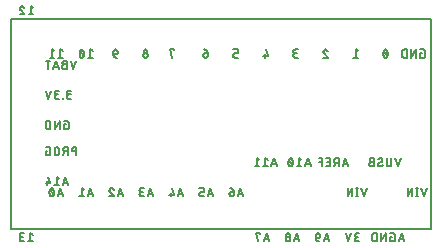
<source format=gbr>
G04 EAGLE Gerber RS-274X export*
G75*
%MOMM*%
%FSLAX34Y34*%
%LPD*%
%INSilkscreen Bottom*%
%IPPOS*%
%AMOC8*
5,1,8,0,0,1.08239X$1,22.5*%
G01*
%ADD10C,0.127000*%


D10*
X589280Y276860D02*
X233680Y276860D01*
X233680Y454660D02*
X589280Y454660D01*
X233680Y454660D02*
X233680Y276860D01*
X589280Y276860D02*
X589280Y454660D01*
X475310Y273050D02*
X477596Y266192D01*
X473024Y266192D02*
X475310Y273050D01*
X473596Y267907D02*
X477025Y267907D01*
X469900Y268097D02*
X469898Y268182D01*
X469892Y268268D01*
X469883Y268353D01*
X469869Y268437D01*
X469852Y268521D01*
X469831Y268604D01*
X469807Y268686D01*
X469779Y268766D01*
X469747Y268846D01*
X469711Y268924D01*
X469673Y269000D01*
X469630Y269074D01*
X469585Y269146D01*
X469536Y269217D01*
X469484Y269285D01*
X469430Y269350D01*
X469372Y269413D01*
X469311Y269474D01*
X469248Y269532D01*
X469183Y269586D01*
X469115Y269638D01*
X469044Y269687D01*
X468972Y269732D01*
X468898Y269775D01*
X468822Y269813D01*
X468744Y269849D01*
X468664Y269881D01*
X468584Y269909D01*
X468502Y269933D01*
X468419Y269954D01*
X468335Y269971D01*
X468251Y269985D01*
X468166Y269994D01*
X468080Y270000D01*
X467995Y270002D01*
X467910Y270000D01*
X467824Y269994D01*
X467739Y269985D01*
X467655Y269971D01*
X467571Y269954D01*
X467488Y269933D01*
X467406Y269909D01*
X467326Y269881D01*
X467246Y269849D01*
X467168Y269813D01*
X467092Y269775D01*
X467018Y269732D01*
X466946Y269687D01*
X466875Y269638D01*
X466807Y269586D01*
X466742Y269532D01*
X466679Y269474D01*
X466618Y269413D01*
X466560Y269350D01*
X466506Y269285D01*
X466454Y269217D01*
X466405Y269146D01*
X466360Y269074D01*
X466317Y269000D01*
X466279Y268924D01*
X466243Y268846D01*
X466211Y268766D01*
X466183Y268686D01*
X466159Y268604D01*
X466138Y268521D01*
X466121Y268437D01*
X466107Y268353D01*
X466098Y268268D01*
X466092Y268182D01*
X466090Y268097D01*
X466092Y268012D01*
X466098Y267926D01*
X466107Y267841D01*
X466121Y267757D01*
X466138Y267673D01*
X466159Y267590D01*
X466183Y267508D01*
X466211Y267428D01*
X466243Y267348D01*
X466279Y267270D01*
X466317Y267194D01*
X466360Y267120D01*
X466405Y267048D01*
X466454Y266977D01*
X466506Y266909D01*
X466560Y266844D01*
X466618Y266781D01*
X466679Y266720D01*
X466742Y266662D01*
X466807Y266608D01*
X466875Y266556D01*
X466946Y266507D01*
X467018Y266462D01*
X467092Y266419D01*
X467168Y266381D01*
X467246Y266345D01*
X467326Y266313D01*
X467406Y266285D01*
X467488Y266261D01*
X467571Y266240D01*
X467655Y266223D01*
X467739Y266209D01*
X467824Y266200D01*
X467910Y266194D01*
X467995Y266192D01*
X468080Y266194D01*
X468166Y266200D01*
X468251Y266209D01*
X468335Y266223D01*
X468419Y266240D01*
X468502Y266261D01*
X468584Y266285D01*
X468664Y266313D01*
X468744Y266345D01*
X468822Y266381D01*
X468898Y266419D01*
X468972Y266462D01*
X469044Y266507D01*
X469115Y266556D01*
X469183Y266608D01*
X469248Y266662D01*
X469311Y266720D01*
X469372Y266781D01*
X469430Y266844D01*
X469484Y266909D01*
X469536Y266977D01*
X469585Y267048D01*
X469630Y267120D01*
X469673Y267194D01*
X469711Y267270D01*
X469747Y267348D01*
X469779Y267428D01*
X469807Y267508D01*
X469831Y267590D01*
X469852Y267673D01*
X469869Y267757D01*
X469883Y267841D01*
X469892Y267926D01*
X469898Y268012D01*
X469900Y268097D01*
X469519Y271526D02*
X469517Y271603D01*
X469511Y271680D01*
X469501Y271757D01*
X469488Y271833D01*
X469470Y271908D01*
X469449Y271982D01*
X469424Y272055D01*
X469395Y272127D01*
X469363Y272197D01*
X469328Y272266D01*
X469288Y272332D01*
X469246Y272397D01*
X469200Y272459D01*
X469151Y272519D01*
X469100Y272576D01*
X469045Y272631D01*
X468988Y272682D01*
X468928Y272731D01*
X468866Y272777D01*
X468801Y272819D01*
X468735Y272859D01*
X468666Y272894D01*
X468596Y272926D01*
X468524Y272955D01*
X468451Y272980D01*
X468377Y273001D01*
X468302Y273019D01*
X468226Y273032D01*
X468149Y273042D01*
X468072Y273048D01*
X467995Y273050D01*
X467918Y273048D01*
X467841Y273042D01*
X467764Y273032D01*
X467688Y273019D01*
X467613Y273001D01*
X467539Y272980D01*
X467466Y272955D01*
X467394Y272926D01*
X467324Y272894D01*
X467255Y272859D01*
X467189Y272819D01*
X467124Y272777D01*
X467062Y272731D01*
X467002Y272682D01*
X466945Y272631D01*
X466890Y272576D01*
X466839Y272519D01*
X466790Y272459D01*
X466744Y272397D01*
X466702Y272332D01*
X466662Y272266D01*
X466627Y272197D01*
X466595Y272127D01*
X466566Y272055D01*
X466541Y271982D01*
X466520Y271908D01*
X466502Y271833D01*
X466489Y271757D01*
X466479Y271680D01*
X466473Y271603D01*
X466471Y271526D01*
X466473Y271449D01*
X466479Y271372D01*
X466489Y271295D01*
X466502Y271219D01*
X466520Y271144D01*
X466541Y271070D01*
X466566Y270997D01*
X466595Y270925D01*
X466627Y270855D01*
X466662Y270786D01*
X466702Y270720D01*
X466744Y270655D01*
X466790Y270593D01*
X466839Y270533D01*
X466890Y270476D01*
X466945Y270421D01*
X467002Y270370D01*
X467062Y270321D01*
X467124Y270275D01*
X467189Y270233D01*
X467255Y270193D01*
X467324Y270158D01*
X467394Y270126D01*
X467466Y270097D01*
X467539Y270072D01*
X467613Y270051D01*
X467688Y270033D01*
X467764Y270020D01*
X467841Y270010D01*
X467918Y270004D01*
X467995Y270002D01*
X468072Y270004D01*
X468149Y270010D01*
X468226Y270020D01*
X468302Y270033D01*
X468377Y270051D01*
X468451Y270072D01*
X468524Y270097D01*
X468596Y270126D01*
X468666Y270158D01*
X468735Y270193D01*
X468801Y270233D01*
X468866Y270275D01*
X468928Y270321D01*
X468988Y270370D01*
X469045Y270421D01*
X469100Y270476D01*
X469151Y270533D01*
X469200Y270593D01*
X469246Y270655D01*
X469288Y270720D01*
X469328Y270786D01*
X469363Y270855D01*
X469395Y270925D01*
X469424Y270997D01*
X469449Y271070D01*
X469470Y271144D01*
X469488Y271219D01*
X469501Y271295D01*
X469511Y271372D01*
X469517Y271449D01*
X469519Y271526D01*
X500710Y273050D02*
X502996Y266192D01*
X498424Y266192D02*
X500710Y273050D01*
X498996Y267907D02*
X502425Y267907D01*
X493776Y269240D02*
X491490Y269240D01*
X493776Y269240D02*
X493853Y269242D01*
X493930Y269248D01*
X494007Y269258D01*
X494083Y269271D01*
X494158Y269289D01*
X494232Y269310D01*
X494305Y269335D01*
X494377Y269364D01*
X494447Y269396D01*
X494516Y269431D01*
X494582Y269471D01*
X494647Y269513D01*
X494709Y269559D01*
X494769Y269608D01*
X494826Y269659D01*
X494881Y269714D01*
X494932Y269771D01*
X494981Y269831D01*
X495027Y269893D01*
X495069Y269958D01*
X495109Y270024D01*
X495144Y270093D01*
X495176Y270163D01*
X495205Y270235D01*
X495230Y270308D01*
X495251Y270382D01*
X495269Y270457D01*
X495282Y270533D01*
X495292Y270610D01*
X495298Y270687D01*
X495300Y270764D01*
X495300Y271145D01*
X495298Y271230D01*
X495292Y271316D01*
X495283Y271401D01*
X495269Y271485D01*
X495252Y271569D01*
X495231Y271652D01*
X495207Y271734D01*
X495179Y271814D01*
X495147Y271894D01*
X495111Y271972D01*
X495073Y272048D01*
X495030Y272122D01*
X494985Y272194D01*
X494936Y272265D01*
X494884Y272333D01*
X494830Y272398D01*
X494772Y272461D01*
X494711Y272522D01*
X494648Y272580D01*
X494583Y272634D01*
X494515Y272686D01*
X494444Y272735D01*
X494372Y272780D01*
X494298Y272823D01*
X494222Y272861D01*
X494144Y272897D01*
X494064Y272929D01*
X493984Y272957D01*
X493902Y272981D01*
X493819Y273002D01*
X493735Y273019D01*
X493651Y273033D01*
X493566Y273042D01*
X493480Y273048D01*
X493395Y273050D01*
X493310Y273048D01*
X493224Y273042D01*
X493139Y273033D01*
X493055Y273019D01*
X492971Y273002D01*
X492888Y272981D01*
X492806Y272957D01*
X492726Y272929D01*
X492646Y272897D01*
X492568Y272861D01*
X492492Y272823D01*
X492418Y272780D01*
X492346Y272735D01*
X492275Y272686D01*
X492207Y272634D01*
X492142Y272580D01*
X492079Y272522D01*
X492018Y272461D01*
X491960Y272398D01*
X491906Y272333D01*
X491854Y272265D01*
X491805Y272194D01*
X491760Y272122D01*
X491717Y272048D01*
X491679Y271972D01*
X491643Y271894D01*
X491611Y271814D01*
X491583Y271734D01*
X491559Y271652D01*
X491538Y271569D01*
X491521Y271485D01*
X491507Y271401D01*
X491498Y271316D01*
X491492Y271230D01*
X491490Y271145D01*
X491490Y269240D01*
X491492Y269131D01*
X491498Y269023D01*
X491507Y268914D01*
X491521Y268806D01*
X491538Y268699D01*
X491560Y268592D01*
X491585Y268486D01*
X491613Y268381D01*
X491646Y268277D01*
X491682Y268175D01*
X491722Y268074D01*
X491765Y267974D01*
X491812Y267876D01*
X491863Y267779D01*
X491917Y267685D01*
X491974Y267592D01*
X492034Y267502D01*
X492098Y267413D01*
X492165Y267327D01*
X492234Y267244D01*
X492307Y267163D01*
X492383Y267085D01*
X492461Y267009D01*
X492542Y266936D01*
X492625Y266867D01*
X492711Y266800D01*
X492800Y266736D01*
X492890Y266676D01*
X492983Y266619D01*
X493077Y266565D01*
X493174Y266514D01*
X493272Y266467D01*
X493372Y266424D01*
X493473Y266384D01*
X493575Y266348D01*
X493679Y266315D01*
X493784Y266287D01*
X493890Y266262D01*
X493997Y266240D01*
X494104Y266223D01*
X494212Y266209D01*
X494321Y266200D01*
X494429Y266194D01*
X494538Y266192D01*
X564185Y273050D02*
X566471Y266192D01*
X561899Y266192D02*
X564185Y273050D01*
X562470Y267907D02*
X565899Y267907D01*
X555864Y270002D02*
X554721Y270002D01*
X554721Y266192D01*
X557007Y266192D01*
X557084Y266194D01*
X557161Y266200D01*
X557238Y266210D01*
X557314Y266223D01*
X557389Y266241D01*
X557463Y266262D01*
X557536Y266287D01*
X557608Y266316D01*
X557678Y266348D01*
X557747Y266383D01*
X557813Y266423D01*
X557878Y266465D01*
X557940Y266511D01*
X558000Y266560D01*
X558057Y266611D01*
X558112Y266666D01*
X558163Y266723D01*
X558212Y266783D01*
X558258Y266845D01*
X558300Y266910D01*
X558340Y266976D01*
X558375Y267045D01*
X558407Y267115D01*
X558436Y267187D01*
X558461Y267260D01*
X558482Y267334D01*
X558500Y267409D01*
X558513Y267485D01*
X558523Y267562D01*
X558529Y267639D01*
X558531Y267716D01*
X558531Y271526D01*
X558529Y271603D01*
X558523Y271680D01*
X558513Y271757D01*
X558500Y271833D01*
X558482Y271908D01*
X558461Y271982D01*
X558436Y272055D01*
X558407Y272127D01*
X558375Y272197D01*
X558340Y272266D01*
X558300Y272332D01*
X558258Y272397D01*
X558212Y272459D01*
X558163Y272519D01*
X558112Y272576D01*
X558057Y272631D01*
X558000Y272682D01*
X557940Y272731D01*
X557878Y272777D01*
X557813Y272819D01*
X557747Y272859D01*
X557678Y272894D01*
X557608Y272926D01*
X557536Y272955D01*
X557463Y272980D01*
X557389Y273001D01*
X557314Y273019D01*
X557238Y273032D01*
X557161Y273042D01*
X557084Y273048D01*
X557007Y273050D01*
X554721Y273050D01*
X550728Y273050D02*
X550728Y266192D01*
X546918Y266192D02*
X550728Y273050D01*
X546918Y273050D02*
X546918Y266192D01*
X542925Y266192D02*
X542925Y273050D01*
X541020Y273050D01*
X540935Y273048D01*
X540849Y273042D01*
X540764Y273033D01*
X540680Y273019D01*
X540596Y273002D01*
X540513Y272981D01*
X540431Y272957D01*
X540351Y272929D01*
X540271Y272897D01*
X540193Y272861D01*
X540117Y272823D01*
X540043Y272780D01*
X539971Y272735D01*
X539900Y272686D01*
X539832Y272634D01*
X539767Y272580D01*
X539704Y272522D01*
X539643Y272461D01*
X539585Y272398D01*
X539531Y272333D01*
X539479Y272265D01*
X539430Y272194D01*
X539385Y272122D01*
X539342Y272048D01*
X539304Y271972D01*
X539268Y271894D01*
X539236Y271814D01*
X539208Y271734D01*
X539184Y271652D01*
X539163Y271569D01*
X539146Y271485D01*
X539132Y271401D01*
X539123Y271316D01*
X539117Y271230D01*
X539115Y271145D01*
X539115Y268097D01*
X539117Y268012D01*
X539123Y267926D01*
X539132Y267841D01*
X539146Y267757D01*
X539163Y267673D01*
X539184Y267590D01*
X539208Y267508D01*
X539236Y267428D01*
X539268Y267348D01*
X539304Y267270D01*
X539342Y267194D01*
X539385Y267120D01*
X539430Y267048D01*
X539479Y266977D01*
X539531Y266909D01*
X539585Y266844D01*
X539643Y266781D01*
X539704Y266720D01*
X539767Y266662D01*
X539832Y266608D01*
X539900Y266556D01*
X539971Y266507D01*
X540043Y266462D01*
X540117Y266419D01*
X540193Y266381D01*
X540271Y266345D01*
X540351Y266313D01*
X540431Y266285D01*
X540513Y266261D01*
X540596Y266240D01*
X540680Y266223D01*
X540764Y266209D01*
X540849Y266200D01*
X540935Y266194D01*
X541020Y266192D01*
X542925Y266192D01*
X452196Y266192D02*
X449910Y273050D01*
X447624Y266192D01*
X448196Y267907D02*
X451625Y267907D01*
X444500Y272288D02*
X444500Y273050D01*
X440690Y273050D01*
X442595Y266192D01*
X251790Y271526D02*
X249885Y273050D01*
X249885Y266192D01*
X251790Y266192D02*
X247980Y266192D01*
X244475Y266192D02*
X242570Y266192D01*
X242485Y266194D01*
X242399Y266200D01*
X242314Y266209D01*
X242230Y266223D01*
X242146Y266240D01*
X242063Y266261D01*
X241981Y266285D01*
X241901Y266313D01*
X241821Y266345D01*
X241743Y266381D01*
X241667Y266419D01*
X241593Y266462D01*
X241521Y266507D01*
X241450Y266556D01*
X241382Y266608D01*
X241317Y266662D01*
X241254Y266720D01*
X241193Y266781D01*
X241135Y266844D01*
X241081Y266909D01*
X241029Y266977D01*
X240980Y267048D01*
X240935Y267120D01*
X240892Y267194D01*
X240854Y267270D01*
X240818Y267348D01*
X240786Y267428D01*
X240758Y267508D01*
X240734Y267590D01*
X240713Y267673D01*
X240696Y267757D01*
X240682Y267841D01*
X240673Y267926D01*
X240667Y268012D01*
X240665Y268097D01*
X240667Y268182D01*
X240673Y268268D01*
X240682Y268353D01*
X240696Y268437D01*
X240713Y268521D01*
X240734Y268604D01*
X240758Y268686D01*
X240786Y268766D01*
X240818Y268846D01*
X240854Y268924D01*
X240892Y269000D01*
X240935Y269074D01*
X240980Y269146D01*
X241029Y269217D01*
X241081Y269285D01*
X241135Y269350D01*
X241193Y269413D01*
X241254Y269474D01*
X241317Y269532D01*
X241382Y269586D01*
X241450Y269638D01*
X241521Y269687D01*
X241593Y269732D01*
X241667Y269775D01*
X241743Y269813D01*
X241821Y269849D01*
X241901Y269881D01*
X241981Y269909D01*
X242063Y269933D01*
X242146Y269954D01*
X242230Y269971D01*
X242314Y269985D01*
X242399Y269994D01*
X242485Y270000D01*
X242570Y270002D01*
X242189Y273050D02*
X244475Y273050D01*
X242189Y273050D02*
X242112Y273048D01*
X242035Y273042D01*
X241958Y273032D01*
X241882Y273019D01*
X241807Y273001D01*
X241733Y272980D01*
X241660Y272955D01*
X241588Y272926D01*
X241518Y272894D01*
X241449Y272859D01*
X241383Y272819D01*
X241318Y272777D01*
X241256Y272731D01*
X241196Y272682D01*
X241139Y272631D01*
X241084Y272576D01*
X241033Y272519D01*
X240984Y272459D01*
X240938Y272397D01*
X240896Y272332D01*
X240856Y272266D01*
X240821Y272197D01*
X240789Y272127D01*
X240760Y272055D01*
X240735Y271982D01*
X240714Y271908D01*
X240696Y271833D01*
X240683Y271757D01*
X240673Y271680D01*
X240667Y271603D01*
X240665Y271526D01*
X240667Y271449D01*
X240673Y271372D01*
X240683Y271295D01*
X240696Y271219D01*
X240714Y271144D01*
X240735Y271070D01*
X240760Y270997D01*
X240789Y270925D01*
X240821Y270855D01*
X240856Y270786D01*
X240896Y270720D01*
X240938Y270655D01*
X240984Y270593D01*
X241033Y270533D01*
X241084Y270476D01*
X241139Y270421D01*
X241196Y270370D01*
X241256Y270321D01*
X241318Y270275D01*
X241383Y270233D01*
X241449Y270193D01*
X241518Y270158D01*
X241588Y270126D01*
X241660Y270097D01*
X241733Y270072D01*
X241807Y270051D01*
X241882Y270033D01*
X241958Y270020D01*
X242035Y270010D01*
X242112Y270004D01*
X242189Y270002D01*
X243713Y270002D01*
X526491Y266192D02*
X528396Y266192D01*
X526491Y266192D02*
X526406Y266194D01*
X526320Y266200D01*
X526235Y266209D01*
X526151Y266223D01*
X526067Y266240D01*
X525984Y266261D01*
X525902Y266285D01*
X525822Y266313D01*
X525742Y266345D01*
X525664Y266381D01*
X525588Y266419D01*
X525514Y266462D01*
X525442Y266507D01*
X525371Y266556D01*
X525303Y266608D01*
X525238Y266662D01*
X525175Y266720D01*
X525114Y266781D01*
X525056Y266844D01*
X525002Y266909D01*
X524950Y266977D01*
X524901Y267048D01*
X524856Y267120D01*
X524813Y267194D01*
X524775Y267270D01*
X524739Y267348D01*
X524707Y267428D01*
X524679Y267508D01*
X524655Y267590D01*
X524634Y267673D01*
X524617Y267757D01*
X524603Y267841D01*
X524594Y267926D01*
X524588Y268012D01*
X524586Y268097D01*
X524588Y268182D01*
X524594Y268268D01*
X524603Y268353D01*
X524617Y268437D01*
X524634Y268521D01*
X524655Y268604D01*
X524679Y268686D01*
X524707Y268766D01*
X524739Y268846D01*
X524775Y268924D01*
X524813Y269000D01*
X524856Y269074D01*
X524901Y269146D01*
X524950Y269217D01*
X525002Y269285D01*
X525056Y269350D01*
X525114Y269413D01*
X525175Y269474D01*
X525238Y269532D01*
X525303Y269586D01*
X525371Y269638D01*
X525442Y269687D01*
X525514Y269732D01*
X525588Y269775D01*
X525664Y269813D01*
X525742Y269849D01*
X525822Y269881D01*
X525902Y269909D01*
X525984Y269933D01*
X526067Y269954D01*
X526151Y269971D01*
X526235Y269985D01*
X526320Y269994D01*
X526406Y270000D01*
X526491Y270002D01*
X526110Y273050D02*
X528396Y273050D01*
X526110Y273050D02*
X526033Y273048D01*
X525956Y273042D01*
X525879Y273032D01*
X525803Y273019D01*
X525728Y273001D01*
X525654Y272980D01*
X525581Y272955D01*
X525509Y272926D01*
X525439Y272894D01*
X525370Y272859D01*
X525304Y272819D01*
X525239Y272777D01*
X525177Y272731D01*
X525117Y272682D01*
X525060Y272631D01*
X525005Y272576D01*
X524954Y272519D01*
X524905Y272459D01*
X524859Y272397D01*
X524817Y272332D01*
X524777Y272266D01*
X524742Y272197D01*
X524710Y272127D01*
X524681Y272055D01*
X524656Y271982D01*
X524635Y271908D01*
X524617Y271833D01*
X524604Y271757D01*
X524594Y271680D01*
X524588Y271603D01*
X524586Y271526D01*
X524588Y271449D01*
X524594Y271372D01*
X524604Y271295D01*
X524617Y271219D01*
X524635Y271144D01*
X524656Y271070D01*
X524681Y270997D01*
X524710Y270925D01*
X524742Y270855D01*
X524777Y270786D01*
X524817Y270720D01*
X524859Y270655D01*
X524905Y270593D01*
X524954Y270533D01*
X525005Y270476D01*
X525060Y270421D01*
X525117Y270370D01*
X525177Y270321D01*
X525239Y270275D01*
X525304Y270233D01*
X525370Y270193D01*
X525439Y270158D01*
X525509Y270126D01*
X525581Y270097D01*
X525654Y270072D01*
X525728Y270051D01*
X525803Y270033D01*
X525879Y270020D01*
X525956Y270010D01*
X526033Y270004D01*
X526110Y270002D01*
X527634Y270002D01*
X521462Y273050D02*
X519176Y266192D01*
X516890Y273050D01*
X532384Y304292D02*
X534670Y311150D01*
X530098Y311150D02*
X532384Y304292D01*
X526532Y304292D02*
X526532Y311150D01*
X527294Y304292D02*
X525770Y304292D01*
X525770Y311150D02*
X527294Y311150D01*
X522341Y311150D02*
X522341Y304292D01*
X518531Y304292D02*
X522341Y311150D01*
X518531Y311150D02*
X518531Y304292D01*
X560959Y329692D02*
X563245Y336550D01*
X558673Y336550D02*
X560959Y329692D01*
X555305Y331597D02*
X555305Y336550D01*
X555305Y331597D02*
X555303Y331512D01*
X555297Y331426D01*
X555288Y331341D01*
X555274Y331257D01*
X555257Y331173D01*
X555236Y331090D01*
X555212Y331008D01*
X555184Y330928D01*
X555152Y330848D01*
X555116Y330770D01*
X555078Y330694D01*
X555035Y330620D01*
X554990Y330548D01*
X554941Y330477D01*
X554889Y330409D01*
X554835Y330344D01*
X554777Y330281D01*
X554716Y330220D01*
X554653Y330162D01*
X554588Y330108D01*
X554520Y330056D01*
X554449Y330007D01*
X554377Y329962D01*
X554303Y329919D01*
X554227Y329881D01*
X554149Y329845D01*
X554069Y329813D01*
X553989Y329785D01*
X553907Y329761D01*
X553824Y329740D01*
X553740Y329723D01*
X553656Y329709D01*
X553571Y329700D01*
X553485Y329694D01*
X553400Y329692D01*
X553315Y329694D01*
X553229Y329700D01*
X553144Y329709D01*
X553060Y329723D01*
X552976Y329740D01*
X552893Y329761D01*
X552811Y329785D01*
X552731Y329813D01*
X552651Y329845D01*
X552573Y329881D01*
X552497Y329919D01*
X552423Y329962D01*
X552351Y330007D01*
X552280Y330056D01*
X552212Y330108D01*
X552147Y330162D01*
X552084Y330220D01*
X552023Y330281D01*
X551965Y330344D01*
X551911Y330409D01*
X551859Y330477D01*
X551810Y330548D01*
X551765Y330620D01*
X551722Y330694D01*
X551684Y330770D01*
X551648Y330848D01*
X551616Y330928D01*
X551588Y331008D01*
X551564Y331090D01*
X551543Y331173D01*
X551526Y331257D01*
X551512Y331341D01*
X551503Y331426D01*
X551497Y331512D01*
X551495Y331597D01*
X551495Y336550D01*
X545704Y329692D02*
X545627Y329694D01*
X545550Y329700D01*
X545473Y329710D01*
X545397Y329723D01*
X545322Y329741D01*
X545248Y329762D01*
X545175Y329787D01*
X545103Y329816D01*
X545033Y329848D01*
X544964Y329883D01*
X544898Y329923D01*
X544833Y329965D01*
X544771Y330011D01*
X544711Y330060D01*
X544654Y330111D01*
X544599Y330166D01*
X544548Y330223D01*
X544499Y330283D01*
X544453Y330345D01*
X544411Y330410D01*
X544371Y330476D01*
X544336Y330545D01*
X544304Y330615D01*
X544275Y330687D01*
X544250Y330760D01*
X544229Y330834D01*
X544211Y330909D01*
X544198Y330985D01*
X544188Y331062D01*
X544182Y331139D01*
X544180Y331216D01*
X545704Y329692D02*
X545814Y329694D01*
X545925Y329700D01*
X546035Y329709D01*
X546145Y329722D01*
X546254Y329739D01*
X546362Y329760D01*
X546470Y329784D01*
X546577Y329813D01*
X546683Y329844D01*
X546787Y329880D01*
X546891Y329919D01*
X546993Y329961D01*
X547093Y330007D01*
X547192Y330057D01*
X547289Y330109D01*
X547385Y330166D01*
X547478Y330225D01*
X547569Y330287D01*
X547658Y330353D01*
X547745Y330421D01*
X547829Y330493D01*
X547911Y330567D01*
X547990Y330644D01*
X547799Y335026D02*
X547797Y335103D01*
X547791Y335180D01*
X547781Y335257D01*
X547768Y335333D01*
X547750Y335408D01*
X547729Y335482D01*
X547704Y335555D01*
X547675Y335627D01*
X547643Y335697D01*
X547608Y335766D01*
X547568Y335832D01*
X547526Y335897D01*
X547480Y335959D01*
X547431Y336019D01*
X547380Y336076D01*
X547325Y336131D01*
X547268Y336182D01*
X547208Y336231D01*
X547146Y336277D01*
X547081Y336319D01*
X547015Y336359D01*
X546946Y336394D01*
X546876Y336426D01*
X546804Y336455D01*
X546731Y336480D01*
X546657Y336501D01*
X546582Y336519D01*
X546506Y336532D01*
X546429Y336542D01*
X546352Y336548D01*
X546275Y336550D01*
X546275Y336551D02*
X546173Y336549D01*
X546071Y336544D01*
X545969Y336535D01*
X545868Y336522D01*
X545767Y336505D01*
X545667Y336486D01*
X545567Y336462D01*
X545469Y336435D01*
X545371Y336404D01*
X545275Y336370D01*
X545180Y336333D01*
X545086Y336292D01*
X544994Y336248D01*
X544904Y336200D01*
X544815Y336150D01*
X544728Y336096D01*
X544643Y336039D01*
X544560Y335979D01*
X547037Y333692D02*
X547102Y333733D01*
X547165Y333776D01*
X547225Y333823D01*
X547284Y333873D01*
X547339Y333925D01*
X547392Y333980D01*
X547443Y334038D01*
X547490Y334098D01*
X547534Y334161D01*
X547576Y334225D01*
X547614Y334291D01*
X547648Y334360D01*
X547679Y334430D01*
X547707Y334501D01*
X547731Y334573D01*
X547752Y334647D01*
X547769Y334722D01*
X547782Y334797D01*
X547791Y334873D01*
X547797Y334949D01*
X547799Y335026D01*
X544942Y332550D02*
X544877Y332509D01*
X544814Y332466D01*
X544754Y332419D01*
X544695Y332369D01*
X544640Y332317D01*
X544587Y332262D01*
X544536Y332204D01*
X544489Y332144D01*
X544445Y332081D01*
X544403Y332017D01*
X544365Y331951D01*
X544331Y331882D01*
X544300Y331812D01*
X544272Y331741D01*
X544248Y331669D01*
X544227Y331595D01*
X544210Y331520D01*
X544197Y331445D01*
X544188Y331369D01*
X544182Y331293D01*
X544180Y331216D01*
X544942Y332550D02*
X547037Y333693D01*
X540515Y333502D02*
X538610Y333502D01*
X538525Y333500D01*
X538439Y333494D01*
X538354Y333485D01*
X538270Y333471D01*
X538186Y333454D01*
X538103Y333433D01*
X538021Y333409D01*
X537941Y333381D01*
X537861Y333349D01*
X537783Y333313D01*
X537707Y333275D01*
X537633Y333232D01*
X537561Y333187D01*
X537490Y333138D01*
X537422Y333086D01*
X537357Y333032D01*
X537294Y332974D01*
X537233Y332913D01*
X537175Y332850D01*
X537121Y332785D01*
X537069Y332717D01*
X537020Y332646D01*
X536975Y332574D01*
X536932Y332500D01*
X536894Y332424D01*
X536858Y332346D01*
X536826Y332266D01*
X536798Y332186D01*
X536774Y332104D01*
X536753Y332021D01*
X536736Y331937D01*
X536722Y331853D01*
X536713Y331768D01*
X536707Y331682D01*
X536705Y331597D01*
X536707Y331512D01*
X536713Y331426D01*
X536722Y331341D01*
X536736Y331257D01*
X536753Y331173D01*
X536774Y331090D01*
X536798Y331008D01*
X536826Y330928D01*
X536858Y330848D01*
X536894Y330770D01*
X536932Y330694D01*
X536975Y330620D01*
X537020Y330548D01*
X537069Y330477D01*
X537121Y330409D01*
X537175Y330344D01*
X537233Y330281D01*
X537294Y330220D01*
X537357Y330162D01*
X537422Y330108D01*
X537490Y330056D01*
X537561Y330007D01*
X537633Y329962D01*
X537707Y329919D01*
X537783Y329881D01*
X537861Y329845D01*
X537941Y329813D01*
X538021Y329785D01*
X538103Y329761D01*
X538186Y329740D01*
X538270Y329723D01*
X538354Y329709D01*
X538439Y329700D01*
X538525Y329694D01*
X538610Y329692D01*
X540515Y329692D01*
X540515Y336550D01*
X538610Y336550D01*
X538533Y336548D01*
X538456Y336542D01*
X538379Y336532D01*
X538303Y336519D01*
X538228Y336501D01*
X538154Y336480D01*
X538081Y336455D01*
X538009Y336426D01*
X537939Y336394D01*
X537870Y336359D01*
X537804Y336319D01*
X537739Y336277D01*
X537677Y336231D01*
X537617Y336182D01*
X537560Y336131D01*
X537505Y336076D01*
X537454Y336019D01*
X537405Y335959D01*
X537359Y335897D01*
X537317Y335832D01*
X537277Y335766D01*
X537242Y335697D01*
X537210Y335627D01*
X537181Y335555D01*
X537156Y335482D01*
X537135Y335408D01*
X537117Y335333D01*
X537104Y335257D01*
X537094Y335180D01*
X537088Y335103D01*
X537086Y335026D01*
X537088Y334949D01*
X537094Y334872D01*
X537104Y334795D01*
X537117Y334719D01*
X537135Y334644D01*
X537156Y334570D01*
X537181Y334497D01*
X537210Y334425D01*
X537242Y334355D01*
X537277Y334286D01*
X537317Y334220D01*
X537359Y334155D01*
X537405Y334093D01*
X537454Y334033D01*
X537505Y333976D01*
X537560Y333921D01*
X537617Y333870D01*
X537677Y333821D01*
X537739Y333775D01*
X537804Y333733D01*
X537870Y333693D01*
X537939Y333658D01*
X538009Y333626D01*
X538081Y333597D01*
X538154Y333572D01*
X538228Y333551D01*
X538303Y333533D01*
X538379Y333520D01*
X538456Y333510D01*
X538533Y333504D01*
X538610Y333502D01*
X585470Y311150D02*
X583184Y304292D01*
X580898Y311150D01*
X577332Y311150D02*
X577332Y304292D01*
X578094Y304292D02*
X576570Y304292D01*
X576570Y311150D02*
X578094Y311150D01*
X573141Y311150D02*
X573141Y304292D01*
X569331Y304292D02*
X573141Y311150D01*
X569331Y311150D02*
X569331Y304292D01*
X518795Y329692D02*
X516509Y336550D01*
X514223Y329692D01*
X514795Y331407D02*
X518224Y331407D01*
X510785Y329692D02*
X510785Y336550D01*
X508880Y336550D01*
X508795Y336548D01*
X508709Y336542D01*
X508624Y336533D01*
X508540Y336519D01*
X508456Y336502D01*
X508373Y336481D01*
X508291Y336457D01*
X508211Y336429D01*
X508131Y336397D01*
X508053Y336361D01*
X507977Y336323D01*
X507903Y336280D01*
X507831Y336235D01*
X507760Y336186D01*
X507692Y336134D01*
X507627Y336080D01*
X507564Y336022D01*
X507503Y335961D01*
X507445Y335898D01*
X507391Y335833D01*
X507339Y335765D01*
X507290Y335694D01*
X507245Y335622D01*
X507202Y335548D01*
X507164Y335472D01*
X507128Y335394D01*
X507096Y335314D01*
X507068Y335234D01*
X507044Y335152D01*
X507023Y335069D01*
X507006Y334985D01*
X506992Y334901D01*
X506983Y334816D01*
X506977Y334730D01*
X506975Y334645D01*
X506977Y334560D01*
X506983Y334474D01*
X506992Y334389D01*
X507006Y334305D01*
X507023Y334221D01*
X507044Y334138D01*
X507068Y334056D01*
X507096Y333976D01*
X507128Y333896D01*
X507164Y333818D01*
X507202Y333742D01*
X507245Y333668D01*
X507290Y333596D01*
X507339Y333525D01*
X507391Y333457D01*
X507445Y333392D01*
X507503Y333329D01*
X507564Y333268D01*
X507627Y333210D01*
X507692Y333156D01*
X507760Y333104D01*
X507831Y333055D01*
X507903Y333010D01*
X507977Y332967D01*
X508053Y332929D01*
X508131Y332893D01*
X508211Y332861D01*
X508291Y332833D01*
X508373Y332809D01*
X508456Y332788D01*
X508540Y332771D01*
X508624Y332757D01*
X508709Y332748D01*
X508795Y332742D01*
X508880Y332740D01*
X510785Y332740D01*
X508499Y332740D02*
X506975Y329692D01*
X503275Y329692D02*
X500227Y329692D01*
X503275Y329692D02*
X503275Y336550D01*
X500227Y336550D01*
X500989Y333502D02*
X503275Y333502D01*
X496935Y336550D02*
X496935Y329692D01*
X496935Y336550D02*
X493887Y336550D01*
X493887Y333502D02*
X496935Y333502D01*
X487045Y329692D02*
X484759Y336550D01*
X482473Y329692D01*
X483045Y331407D02*
X486474Y331407D01*
X479349Y335026D02*
X477444Y336550D01*
X477444Y329692D01*
X479349Y329692D02*
X475539Y329692D01*
X472034Y333121D02*
X472032Y333263D01*
X472027Y333406D01*
X472018Y333548D01*
X472005Y333690D01*
X471989Y333831D01*
X471970Y333972D01*
X471946Y334113D01*
X471920Y334253D01*
X471889Y334392D01*
X471855Y334530D01*
X471818Y334668D01*
X471778Y334804D01*
X471733Y334940D01*
X471686Y335074D01*
X471635Y335207D01*
X471581Y335339D01*
X471523Y335469D01*
X471462Y335598D01*
X471463Y335597D02*
X471437Y335666D01*
X471408Y335732D01*
X471376Y335798D01*
X471341Y335861D01*
X471302Y335923D01*
X471260Y335983D01*
X471215Y336040D01*
X471167Y336095D01*
X471116Y336147D01*
X471063Y336197D01*
X471007Y336243D01*
X470949Y336287D01*
X470888Y336328D01*
X470826Y336366D01*
X470762Y336400D01*
X470696Y336431D01*
X470628Y336459D01*
X470559Y336483D01*
X470489Y336503D01*
X470418Y336520D01*
X470347Y336533D01*
X470275Y336542D01*
X470202Y336548D01*
X470129Y336550D01*
X470056Y336548D01*
X469983Y336542D01*
X469911Y336533D01*
X469840Y336520D01*
X469769Y336503D01*
X469699Y336483D01*
X469630Y336459D01*
X469562Y336431D01*
X469496Y336400D01*
X469432Y336366D01*
X469370Y336328D01*
X469309Y336287D01*
X469251Y336243D01*
X469195Y336197D01*
X469142Y336147D01*
X469091Y336095D01*
X469043Y336040D01*
X468998Y335983D01*
X468956Y335923D01*
X468917Y335861D01*
X468882Y335798D01*
X468850Y335732D01*
X468821Y335666D01*
X468795Y335597D01*
X468795Y335598D02*
X468734Y335469D01*
X468676Y335339D01*
X468622Y335207D01*
X468571Y335074D01*
X468524Y334940D01*
X468479Y334804D01*
X468439Y334668D01*
X468402Y334530D01*
X468368Y334392D01*
X468337Y334253D01*
X468311Y334113D01*
X468287Y333972D01*
X468268Y333831D01*
X468252Y333690D01*
X468239Y333548D01*
X468230Y333406D01*
X468225Y333263D01*
X468223Y333121D01*
X472034Y333121D02*
X472032Y332979D01*
X472027Y332836D01*
X472018Y332694D01*
X472005Y332552D01*
X471989Y332411D01*
X471970Y332270D01*
X471946Y332129D01*
X471920Y331989D01*
X471889Y331850D01*
X471855Y331712D01*
X471818Y331574D01*
X471778Y331438D01*
X471733Y331302D01*
X471686Y331168D01*
X471635Y331035D01*
X471581Y330903D01*
X471523Y330773D01*
X471462Y330644D01*
X471463Y330645D02*
X471437Y330576D01*
X471408Y330510D01*
X471376Y330444D01*
X471341Y330381D01*
X471302Y330319D01*
X471260Y330259D01*
X471215Y330202D01*
X471167Y330147D01*
X471116Y330095D01*
X471063Y330045D01*
X471007Y329999D01*
X470949Y329955D01*
X470888Y329914D01*
X470826Y329876D01*
X470762Y329842D01*
X470696Y329811D01*
X470628Y329783D01*
X470559Y329759D01*
X470489Y329739D01*
X470418Y329722D01*
X470347Y329709D01*
X470275Y329700D01*
X470202Y329694D01*
X470129Y329692D01*
X468795Y330644D02*
X468734Y330773D01*
X468676Y330903D01*
X468622Y331035D01*
X468571Y331168D01*
X468524Y331302D01*
X468479Y331438D01*
X468439Y331574D01*
X468402Y331712D01*
X468368Y331850D01*
X468337Y331989D01*
X468311Y332129D01*
X468287Y332270D01*
X468268Y332411D01*
X468252Y332552D01*
X468239Y332694D01*
X468230Y332836D01*
X468225Y332979D01*
X468223Y333121D01*
X468795Y330645D02*
X468821Y330576D01*
X468850Y330510D01*
X468882Y330444D01*
X468917Y330381D01*
X468956Y330319D01*
X468998Y330259D01*
X469043Y330202D01*
X469091Y330147D01*
X469142Y330095D01*
X469195Y330045D01*
X469251Y329999D01*
X469309Y329955D01*
X469370Y329914D01*
X469432Y329876D01*
X469496Y329842D01*
X469562Y329811D01*
X469630Y329783D01*
X469699Y329759D01*
X469769Y329739D01*
X469840Y329722D01*
X469911Y329709D01*
X469983Y329700D01*
X470056Y329694D01*
X470129Y329692D01*
X471653Y331216D02*
X468605Y335026D01*
X458470Y329692D02*
X456184Y336550D01*
X453898Y329692D01*
X454470Y331407D02*
X457899Y331407D01*
X450774Y335026D02*
X448869Y336550D01*
X448869Y329692D01*
X450774Y329692D02*
X446964Y329692D01*
X443459Y335026D02*
X441554Y336550D01*
X441554Y329692D01*
X443459Y329692D02*
X439649Y329692D01*
X427609Y311150D02*
X429895Y304292D01*
X425323Y304292D02*
X427609Y311150D01*
X425895Y306007D02*
X429324Y306007D01*
X422199Y308102D02*
X419913Y308102D01*
X419836Y308100D01*
X419759Y308094D01*
X419682Y308084D01*
X419606Y308071D01*
X419531Y308053D01*
X419457Y308032D01*
X419384Y308007D01*
X419312Y307978D01*
X419242Y307946D01*
X419173Y307911D01*
X419107Y307871D01*
X419042Y307829D01*
X418980Y307783D01*
X418920Y307734D01*
X418863Y307683D01*
X418808Y307628D01*
X418757Y307571D01*
X418708Y307511D01*
X418662Y307449D01*
X418620Y307384D01*
X418580Y307318D01*
X418545Y307249D01*
X418513Y307179D01*
X418484Y307107D01*
X418459Y307034D01*
X418438Y306960D01*
X418420Y306885D01*
X418407Y306809D01*
X418397Y306732D01*
X418391Y306655D01*
X418389Y306578D01*
X418389Y306197D01*
X418391Y306112D01*
X418397Y306026D01*
X418406Y305941D01*
X418420Y305857D01*
X418437Y305773D01*
X418458Y305690D01*
X418482Y305608D01*
X418510Y305528D01*
X418542Y305448D01*
X418578Y305370D01*
X418616Y305294D01*
X418659Y305220D01*
X418704Y305148D01*
X418753Y305077D01*
X418805Y305009D01*
X418859Y304944D01*
X418917Y304881D01*
X418978Y304820D01*
X419041Y304762D01*
X419106Y304708D01*
X419174Y304656D01*
X419245Y304607D01*
X419317Y304562D01*
X419391Y304519D01*
X419467Y304481D01*
X419545Y304445D01*
X419625Y304413D01*
X419705Y304385D01*
X419787Y304361D01*
X419870Y304340D01*
X419954Y304323D01*
X420038Y304309D01*
X420123Y304300D01*
X420209Y304294D01*
X420294Y304292D01*
X420379Y304294D01*
X420465Y304300D01*
X420550Y304309D01*
X420634Y304323D01*
X420718Y304340D01*
X420801Y304361D01*
X420883Y304385D01*
X420963Y304413D01*
X421043Y304445D01*
X421121Y304481D01*
X421197Y304519D01*
X421271Y304562D01*
X421343Y304607D01*
X421414Y304656D01*
X421482Y304708D01*
X421547Y304762D01*
X421610Y304820D01*
X421671Y304881D01*
X421729Y304944D01*
X421783Y305009D01*
X421835Y305077D01*
X421884Y305148D01*
X421929Y305220D01*
X421972Y305294D01*
X422010Y305370D01*
X422046Y305448D01*
X422078Y305528D01*
X422106Y305608D01*
X422130Y305690D01*
X422151Y305773D01*
X422168Y305857D01*
X422182Y305941D01*
X422191Y306026D01*
X422197Y306112D01*
X422199Y306197D01*
X422199Y308102D01*
X422197Y308211D01*
X422191Y308319D01*
X422182Y308428D01*
X422168Y308536D01*
X422151Y308643D01*
X422129Y308750D01*
X422104Y308856D01*
X422076Y308961D01*
X422043Y309065D01*
X422007Y309167D01*
X421967Y309268D01*
X421924Y309368D01*
X421877Y309466D01*
X421826Y309563D01*
X421772Y309657D01*
X421715Y309750D01*
X421655Y309840D01*
X421591Y309929D01*
X421524Y310015D01*
X421455Y310098D01*
X421382Y310179D01*
X421306Y310257D01*
X421228Y310333D01*
X421147Y310406D01*
X421064Y310475D01*
X420978Y310542D01*
X420889Y310606D01*
X420799Y310666D01*
X420706Y310723D01*
X420612Y310777D01*
X420515Y310828D01*
X420417Y310875D01*
X420317Y310918D01*
X420216Y310958D01*
X420114Y310994D01*
X420010Y311027D01*
X419905Y311055D01*
X419799Y311080D01*
X419692Y311102D01*
X419585Y311119D01*
X419477Y311133D01*
X419368Y311142D01*
X419260Y311148D01*
X419151Y311150D01*
X404495Y304292D02*
X402209Y311150D01*
X399923Y304292D01*
X400495Y306007D02*
X403924Y306007D01*
X396799Y304292D02*
X394513Y304292D01*
X394436Y304294D01*
X394359Y304300D01*
X394282Y304310D01*
X394206Y304323D01*
X394131Y304341D01*
X394057Y304362D01*
X393984Y304387D01*
X393912Y304416D01*
X393842Y304448D01*
X393773Y304483D01*
X393707Y304523D01*
X393642Y304565D01*
X393580Y304611D01*
X393520Y304660D01*
X393463Y304711D01*
X393408Y304766D01*
X393357Y304823D01*
X393308Y304883D01*
X393262Y304945D01*
X393220Y305010D01*
X393180Y305076D01*
X393145Y305145D01*
X393113Y305215D01*
X393084Y305287D01*
X393059Y305360D01*
X393038Y305434D01*
X393020Y305509D01*
X393007Y305585D01*
X392997Y305662D01*
X392991Y305739D01*
X392989Y305816D01*
X392989Y306578D01*
X392991Y306655D01*
X392997Y306732D01*
X393007Y306809D01*
X393020Y306885D01*
X393038Y306960D01*
X393059Y307034D01*
X393084Y307107D01*
X393113Y307179D01*
X393145Y307249D01*
X393180Y307318D01*
X393220Y307384D01*
X393262Y307449D01*
X393308Y307511D01*
X393357Y307571D01*
X393408Y307628D01*
X393463Y307683D01*
X393520Y307734D01*
X393580Y307783D01*
X393642Y307829D01*
X393707Y307871D01*
X393773Y307911D01*
X393842Y307946D01*
X393912Y307978D01*
X393984Y308007D01*
X394057Y308032D01*
X394131Y308053D01*
X394206Y308071D01*
X394282Y308084D01*
X394359Y308094D01*
X394436Y308100D01*
X394513Y308102D01*
X396799Y308102D01*
X396799Y311150D01*
X392989Y311150D01*
X379095Y304292D02*
X376809Y311150D01*
X374523Y304292D01*
X375095Y306007D02*
X378524Y306007D01*
X371399Y305816D02*
X369875Y311150D01*
X371399Y305816D02*
X367589Y305816D01*
X368732Y307340D02*
X368732Y304292D01*
X353695Y304292D02*
X351409Y311150D01*
X349123Y304292D01*
X349695Y306007D02*
X353124Y306007D01*
X345999Y304292D02*
X344094Y304292D01*
X344009Y304294D01*
X343923Y304300D01*
X343838Y304309D01*
X343754Y304323D01*
X343670Y304340D01*
X343587Y304361D01*
X343505Y304385D01*
X343425Y304413D01*
X343345Y304445D01*
X343267Y304481D01*
X343191Y304519D01*
X343117Y304562D01*
X343045Y304607D01*
X342974Y304656D01*
X342906Y304708D01*
X342841Y304762D01*
X342778Y304820D01*
X342717Y304881D01*
X342659Y304944D01*
X342605Y305009D01*
X342553Y305077D01*
X342504Y305148D01*
X342459Y305220D01*
X342416Y305294D01*
X342378Y305370D01*
X342342Y305448D01*
X342310Y305528D01*
X342282Y305608D01*
X342258Y305690D01*
X342237Y305773D01*
X342220Y305857D01*
X342206Y305941D01*
X342197Y306026D01*
X342191Y306112D01*
X342189Y306197D01*
X342191Y306282D01*
X342197Y306368D01*
X342206Y306453D01*
X342220Y306537D01*
X342237Y306621D01*
X342258Y306704D01*
X342282Y306786D01*
X342310Y306866D01*
X342342Y306946D01*
X342378Y307024D01*
X342416Y307100D01*
X342459Y307174D01*
X342504Y307246D01*
X342553Y307317D01*
X342605Y307385D01*
X342659Y307450D01*
X342717Y307513D01*
X342778Y307574D01*
X342841Y307632D01*
X342906Y307686D01*
X342974Y307738D01*
X343045Y307787D01*
X343117Y307832D01*
X343191Y307875D01*
X343267Y307913D01*
X343345Y307949D01*
X343425Y307981D01*
X343505Y308009D01*
X343587Y308033D01*
X343670Y308054D01*
X343754Y308071D01*
X343838Y308085D01*
X343923Y308094D01*
X344009Y308100D01*
X344094Y308102D01*
X343713Y311150D02*
X345999Y311150D01*
X343713Y311150D02*
X343636Y311148D01*
X343559Y311142D01*
X343482Y311132D01*
X343406Y311119D01*
X343331Y311101D01*
X343257Y311080D01*
X343184Y311055D01*
X343112Y311026D01*
X343042Y310994D01*
X342973Y310959D01*
X342907Y310919D01*
X342842Y310877D01*
X342780Y310831D01*
X342720Y310782D01*
X342663Y310731D01*
X342608Y310676D01*
X342557Y310619D01*
X342508Y310559D01*
X342462Y310497D01*
X342420Y310432D01*
X342380Y310366D01*
X342345Y310297D01*
X342313Y310227D01*
X342284Y310155D01*
X342259Y310082D01*
X342238Y310008D01*
X342220Y309933D01*
X342207Y309857D01*
X342197Y309780D01*
X342191Y309703D01*
X342189Y309626D01*
X342191Y309549D01*
X342197Y309472D01*
X342207Y309395D01*
X342220Y309319D01*
X342238Y309244D01*
X342259Y309170D01*
X342284Y309097D01*
X342313Y309025D01*
X342345Y308955D01*
X342380Y308886D01*
X342420Y308820D01*
X342462Y308755D01*
X342508Y308693D01*
X342557Y308633D01*
X342608Y308576D01*
X342663Y308521D01*
X342720Y308470D01*
X342780Y308421D01*
X342842Y308375D01*
X342907Y308333D01*
X342973Y308293D01*
X343042Y308258D01*
X343112Y308226D01*
X343184Y308197D01*
X343257Y308172D01*
X343331Y308151D01*
X343406Y308133D01*
X343482Y308120D01*
X343559Y308110D01*
X343636Y308104D01*
X343713Y308102D01*
X345237Y308102D01*
X328295Y304292D02*
X326009Y311150D01*
X323723Y304292D01*
X324295Y306007D02*
X327724Y306007D01*
X318503Y311151D02*
X318421Y311149D01*
X318340Y311143D01*
X318259Y311134D01*
X318178Y311120D01*
X318099Y311103D01*
X318020Y311082D01*
X317942Y311057D01*
X317866Y311028D01*
X317791Y310996D01*
X317717Y310960D01*
X317646Y310921D01*
X317576Y310879D01*
X317508Y310833D01*
X317443Y310784D01*
X317380Y310732D01*
X317320Y310677D01*
X317262Y310619D01*
X317207Y310559D01*
X317155Y310496D01*
X317106Y310431D01*
X317060Y310363D01*
X317018Y310294D01*
X316979Y310222D01*
X316943Y310148D01*
X316911Y310073D01*
X316882Y309997D01*
X316857Y309919D01*
X316836Y309840D01*
X316819Y309761D01*
X316805Y309680D01*
X316796Y309599D01*
X316790Y309518D01*
X316788Y309436D01*
X318503Y311150D02*
X318595Y311148D01*
X318687Y311142D01*
X318779Y311133D01*
X318871Y311119D01*
X318961Y311102D01*
X319051Y311081D01*
X319140Y311056D01*
X319228Y311027D01*
X319315Y310995D01*
X319400Y310959D01*
X319483Y310920D01*
X319565Y310877D01*
X319645Y310831D01*
X319723Y310781D01*
X319799Y310729D01*
X319872Y310673D01*
X319943Y310614D01*
X320012Y310552D01*
X320078Y310487D01*
X320141Y310420D01*
X320201Y310350D01*
X320259Y310278D01*
X320313Y310203D01*
X320364Y310126D01*
X320412Y310047D01*
X320456Y309966D01*
X320497Y309883D01*
X320535Y309799D01*
X320569Y309713D01*
X320599Y309626D01*
X317360Y308102D02*
X317301Y308161D01*
X317245Y308222D01*
X317192Y308285D01*
X317141Y308351D01*
X317094Y308419D01*
X317050Y308489D01*
X317009Y308561D01*
X316971Y308635D01*
X316937Y308710D01*
X316906Y308787D01*
X316879Y308865D01*
X316855Y308945D01*
X316834Y309025D01*
X316818Y309106D01*
X316805Y309188D01*
X316795Y309270D01*
X316790Y309353D01*
X316788Y309436D01*
X317360Y308102D02*
X320599Y304292D01*
X316789Y304292D01*
X302895Y304292D02*
X300609Y311150D01*
X298323Y304292D01*
X298895Y306007D02*
X302324Y306007D01*
X295199Y309626D02*
X293294Y311150D01*
X293294Y304292D01*
X295199Y304292D02*
X291389Y304292D01*
X281711Y313817D02*
X279425Y320675D01*
X277139Y313817D01*
X277711Y315532D02*
X281140Y315532D01*
X274015Y319151D02*
X272110Y320675D01*
X272110Y313817D01*
X274015Y313817D02*
X270205Y313817D01*
X266700Y315341D02*
X265176Y320675D01*
X266700Y315341D02*
X262890Y315341D01*
X264033Y316865D02*
X264033Y313817D01*
X288729Y339217D02*
X288729Y346075D01*
X286824Y346075D01*
X286739Y346073D01*
X286653Y346067D01*
X286568Y346058D01*
X286484Y346044D01*
X286400Y346027D01*
X286317Y346006D01*
X286235Y345982D01*
X286155Y345954D01*
X286075Y345922D01*
X285997Y345886D01*
X285921Y345848D01*
X285847Y345805D01*
X285775Y345760D01*
X285704Y345711D01*
X285636Y345659D01*
X285571Y345605D01*
X285508Y345547D01*
X285447Y345486D01*
X285389Y345423D01*
X285335Y345358D01*
X285283Y345290D01*
X285234Y345219D01*
X285189Y345147D01*
X285146Y345073D01*
X285108Y344997D01*
X285072Y344919D01*
X285040Y344839D01*
X285012Y344759D01*
X284988Y344677D01*
X284967Y344594D01*
X284950Y344510D01*
X284936Y344426D01*
X284927Y344341D01*
X284921Y344255D01*
X284919Y344170D01*
X284921Y344085D01*
X284927Y343999D01*
X284936Y343914D01*
X284950Y343830D01*
X284967Y343746D01*
X284988Y343663D01*
X285012Y343581D01*
X285040Y343501D01*
X285072Y343421D01*
X285108Y343343D01*
X285146Y343267D01*
X285189Y343193D01*
X285234Y343121D01*
X285283Y343050D01*
X285335Y342982D01*
X285389Y342917D01*
X285447Y342854D01*
X285508Y342793D01*
X285571Y342735D01*
X285636Y342681D01*
X285704Y342629D01*
X285775Y342580D01*
X285847Y342535D01*
X285921Y342492D01*
X285997Y342454D01*
X286075Y342418D01*
X286155Y342386D01*
X286235Y342358D01*
X286317Y342334D01*
X286400Y342313D01*
X286484Y342296D01*
X286568Y342282D01*
X286653Y342273D01*
X286739Y342267D01*
X286824Y342265D01*
X288729Y342265D01*
X281505Y339217D02*
X281505Y346075D01*
X279600Y346075D01*
X279515Y346073D01*
X279429Y346067D01*
X279344Y346058D01*
X279260Y346044D01*
X279176Y346027D01*
X279093Y346006D01*
X279011Y345982D01*
X278931Y345954D01*
X278851Y345922D01*
X278773Y345886D01*
X278697Y345848D01*
X278623Y345805D01*
X278551Y345760D01*
X278480Y345711D01*
X278412Y345659D01*
X278347Y345605D01*
X278284Y345547D01*
X278223Y345486D01*
X278165Y345423D01*
X278111Y345358D01*
X278059Y345290D01*
X278010Y345219D01*
X277965Y345147D01*
X277922Y345073D01*
X277884Y344997D01*
X277848Y344919D01*
X277816Y344839D01*
X277788Y344759D01*
X277764Y344677D01*
X277743Y344594D01*
X277726Y344510D01*
X277712Y344426D01*
X277703Y344341D01*
X277697Y344255D01*
X277695Y344170D01*
X277697Y344085D01*
X277703Y343999D01*
X277712Y343914D01*
X277726Y343830D01*
X277743Y343746D01*
X277764Y343663D01*
X277788Y343581D01*
X277816Y343501D01*
X277848Y343421D01*
X277884Y343343D01*
X277922Y343267D01*
X277965Y343193D01*
X278010Y343121D01*
X278059Y343050D01*
X278111Y342982D01*
X278165Y342917D01*
X278223Y342854D01*
X278284Y342793D01*
X278347Y342735D01*
X278412Y342681D01*
X278480Y342629D01*
X278551Y342580D01*
X278623Y342535D01*
X278697Y342492D01*
X278773Y342454D01*
X278851Y342418D01*
X278931Y342386D01*
X279011Y342358D01*
X279093Y342334D01*
X279176Y342313D01*
X279260Y342296D01*
X279344Y342282D01*
X279429Y342273D01*
X279515Y342267D01*
X279600Y342265D01*
X281505Y342265D01*
X279219Y342265D02*
X277695Y339217D01*
X274259Y341122D02*
X274259Y344170D01*
X274257Y344255D01*
X274251Y344341D01*
X274242Y344426D01*
X274228Y344510D01*
X274211Y344594D01*
X274190Y344677D01*
X274166Y344759D01*
X274138Y344839D01*
X274106Y344919D01*
X274070Y344997D01*
X274032Y345073D01*
X273989Y345147D01*
X273944Y345219D01*
X273895Y345290D01*
X273843Y345358D01*
X273789Y345423D01*
X273731Y345486D01*
X273670Y345547D01*
X273607Y345605D01*
X273542Y345659D01*
X273474Y345711D01*
X273403Y345760D01*
X273331Y345805D01*
X273257Y345848D01*
X273181Y345886D01*
X273103Y345922D01*
X273023Y345954D01*
X272943Y345982D01*
X272861Y346006D01*
X272778Y346027D01*
X272694Y346044D01*
X272610Y346058D01*
X272525Y346067D01*
X272439Y346073D01*
X272354Y346075D01*
X272269Y346073D01*
X272183Y346067D01*
X272098Y346058D01*
X272014Y346044D01*
X271930Y346027D01*
X271847Y346006D01*
X271765Y345982D01*
X271685Y345954D01*
X271605Y345922D01*
X271527Y345886D01*
X271451Y345848D01*
X271377Y345805D01*
X271305Y345760D01*
X271234Y345711D01*
X271166Y345659D01*
X271101Y345605D01*
X271038Y345547D01*
X270977Y345486D01*
X270919Y345423D01*
X270865Y345358D01*
X270813Y345290D01*
X270764Y345219D01*
X270719Y345147D01*
X270676Y345073D01*
X270638Y344997D01*
X270602Y344919D01*
X270570Y344839D01*
X270542Y344759D01*
X270518Y344677D01*
X270497Y344594D01*
X270480Y344510D01*
X270466Y344426D01*
X270457Y344341D01*
X270451Y344255D01*
X270449Y344170D01*
X270449Y341122D01*
X270451Y341037D01*
X270457Y340951D01*
X270466Y340866D01*
X270480Y340782D01*
X270497Y340698D01*
X270518Y340615D01*
X270542Y340533D01*
X270570Y340453D01*
X270602Y340373D01*
X270638Y340295D01*
X270676Y340219D01*
X270719Y340145D01*
X270764Y340073D01*
X270813Y340002D01*
X270865Y339934D01*
X270919Y339869D01*
X270977Y339806D01*
X271038Y339745D01*
X271101Y339687D01*
X271166Y339633D01*
X271234Y339581D01*
X271305Y339532D01*
X271377Y339487D01*
X271451Y339444D01*
X271527Y339406D01*
X271605Y339370D01*
X271685Y339338D01*
X271765Y339310D01*
X271847Y339286D01*
X271930Y339265D01*
X272014Y339248D01*
X272098Y339234D01*
X272183Y339225D01*
X272269Y339219D01*
X272354Y339217D01*
X272439Y339219D01*
X272525Y339225D01*
X272610Y339234D01*
X272694Y339248D01*
X272778Y339265D01*
X272861Y339286D01*
X272943Y339310D01*
X273023Y339338D01*
X273103Y339370D01*
X273181Y339406D01*
X273257Y339444D01*
X273331Y339487D01*
X273403Y339532D01*
X273474Y339581D01*
X273542Y339633D01*
X273607Y339687D01*
X273670Y339745D01*
X273731Y339806D01*
X273789Y339869D01*
X273843Y339934D01*
X273895Y340002D01*
X273944Y340073D01*
X273989Y340145D01*
X274032Y340219D01*
X274070Y340295D01*
X274106Y340373D01*
X274138Y340453D01*
X274166Y340533D01*
X274190Y340615D01*
X274211Y340698D01*
X274228Y340782D01*
X274242Y340866D01*
X274251Y340951D01*
X274257Y341037D01*
X274259Y341122D01*
X264033Y343027D02*
X262890Y343027D01*
X262890Y339217D01*
X265176Y339217D01*
X265253Y339219D01*
X265330Y339225D01*
X265407Y339235D01*
X265483Y339248D01*
X265558Y339266D01*
X265632Y339287D01*
X265705Y339312D01*
X265777Y339341D01*
X265847Y339373D01*
X265916Y339408D01*
X265982Y339448D01*
X266047Y339490D01*
X266109Y339536D01*
X266169Y339585D01*
X266226Y339636D01*
X266281Y339691D01*
X266332Y339748D01*
X266381Y339808D01*
X266427Y339870D01*
X266469Y339935D01*
X266509Y340001D01*
X266544Y340070D01*
X266576Y340140D01*
X266605Y340212D01*
X266630Y340285D01*
X266651Y340359D01*
X266669Y340434D01*
X266682Y340510D01*
X266692Y340587D01*
X266698Y340664D01*
X266700Y340741D01*
X266700Y344551D01*
X266698Y344628D01*
X266692Y344705D01*
X266682Y344782D01*
X266669Y344858D01*
X266651Y344933D01*
X266630Y345007D01*
X266605Y345080D01*
X266576Y345152D01*
X266544Y345222D01*
X266509Y345291D01*
X266469Y345357D01*
X266427Y345422D01*
X266381Y345484D01*
X266332Y345544D01*
X266281Y345601D01*
X266226Y345656D01*
X266169Y345707D01*
X266109Y345756D01*
X266047Y345802D01*
X265982Y345844D01*
X265916Y345884D01*
X265847Y345919D01*
X265777Y345951D01*
X265705Y345980D01*
X265632Y346005D01*
X265558Y346026D01*
X265483Y346044D01*
X265407Y346057D01*
X265330Y346067D01*
X265253Y346073D01*
X265176Y346075D01*
X262890Y346075D01*
X278496Y365252D02*
X279639Y365252D01*
X278496Y365252D02*
X278496Y361442D01*
X280782Y361442D01*
X280859Y361444D01*
X280936Y361450D01*
X281013Y361460D01*
X281089Y361473D01*
X281164Y361491D01*
X281238Y361512D01*
X281311Y361537D01*
X281383Y361566D01*
X281453Y361598D01*
X281522Y361633D01*
X281588Y361673D01*
X281653Y361715D01*
X281715Y361761D01*
X281775Y361810D01*
X281832Y361861D01*
X281887Y361916D01*
X281938Y361973D01*
X281987Y362033D01*
X282033Y362095D01*
X282075Y362160D01*
X282115Y362226D01*
X282150Y362295D01*
X282182Y362365D01*
X282211Y362437D01*
X282236Y362510D01*
X282257Y362584D01*
X282275Y362659D01*
X282288Y362735D01*
X282298Y362812D01*
X282304Y362889D01*
X282306Y362966D01*
X282306Y366776D01*
X282304Y366853D01*
X282298Y366930D01*
X282288Y367007D01*
X282275Y367083D01*
X282257Y367158D01*
X282236Y367232D01*
X282211Y367305D01*
X282182Y367377D01*
X282150Y367447D01*
X282115Y367516D01*
X282075Y367582D01*
X282033Y367647D01*
X281987Y367709D01*
X281938Y367769D01*
X281887Y367826D01*
X281832Y367881D01*
X281775Y367932D01*
X281715Y367981D01*
X281653Y368027D01*
X281588Y368069D01*
X281522Y368109D01*
X281453Y368144D01*
X281383Y368176D01*
X281311Y368205D01*
X281238Y368230D01*
X281164Y368251D01*
X281089Y368269D01*
X281013Y368282D01*
X280936Y368292D01*
X280859Y368298D01*
X280782Y368300D01*
X278496Y368300D01*
X274503Y368300D02*
X274503Y361442D01*
X270693Y361442D02*
X274503Y368300D01*
X270693Y368300D02*
X270693Y361442D01*
X266700Y361442D02*
X266700Y368300D01*
X264795Y368300D01*
X264710Y368298D01*
X264624Y368292D01*
X264539Y368283D01*
X264455Y368269D01*
X264371Y368252D01*
X264288Y368231D01*
X264206Y368207D01*
X264126Y368179D01*
X264046Y368147D01*
X263968Y368111D01*
X263892Y368073D01*
X263818Y368030D01*
X263746Y367985D01*
X263675Y367936D01*
X263607Y367884D01*
X263542Y367830D01*
X263479Y367772D01*
X263418Y367711D01*
X263360Y367648D01*
X263306Y367583D01*
X263254Y367515D01*
X263205Y367444D01*
X263160Y367372D01*
X263117Y367298D01*
X263079Y367222D01*
X263043Y367144D01*
X263011Y367064D01*
X262983Y366984D01*
X262959Y366902D01*
X262938Y366819D01*
X262921Y366735D01*
X262907Y366651D01*
X262898Y366566D01*
X262892Y366480D01*
X262890Y366395D01*
X262890Y363347D01*
X262892Y363262D01*
X262898Y363176D01*
X262907Y363091D01*
X262921Y363007D01*
X262938Y362923D01*
X262959Y362840D01*
X262983Y362758D01*
X263011Y362678D01*
X263043Y362598D01*
X263079Y362520D01*
X263117Y362444D01*
X263160Y362370D01*
X263205Y362298D01*
X263254Y362227D01*
X263306Y362159D01*
X263360Y362094D01*
X263418Y362031D01*
X263479Y361970D01*
X263542Y361912D01*
X263607Y361858D01*
X263675Y361806D01*
X263746Y361757D01*
X263818Y361712D01*
X263892Y361669D01*
X263968Y361631D01*
X264046Y361595D01*
X264126Y361563D01*
X264206Y361535D01*
X264288Y361511D01*
X264371Y361490D01*
X264455Y361473D01*
X264539Y361459D01*
X264624Y361450D01*
X264710Y361444D01*
X264795Y361442D01*
X266700Y361442D01*
X282732Y386842D02*
X284637Y386842D01*
X282732Y386842D02*
X282647Y386844D01*
X282561Y386850D01*
X282476Y386859D01*
X282392Y386873D01*
X282308Y386890D01*
X282225Y386911D01*
X282143Y386935D01*
X282063Y386963D01*
X281983Y386995D01*
X281905Y387031D01*
X281829Y387069D01*
X281755Y387112D01*
X281683Y387157D01*
X281612Y387206D01*
X281544Y387258D01*
X281479Y387312D01*
X281416Y387370D01*
X281355Y387431D01*
X281297Y387494D01*
X281243Y387559D01*
X281191Y387627D01*
X281142Y387698D01*
X281097Y387770D01*
X281054Y387844D01*
X281016Y387920D01*
X280980Y387998D01*
X280948Y388078D01*
X280920Y388158D01*
X280896Y388240D01*
X280875Y388323D01*
X280858Y388407D01*
X280844Y388491D01*
X280835Y388576D01*
X280829Y388662D01*
X280827Y388747D01*
X280829Y388832D01*
X280835Y388918D01*
X280844Y389003D01*
X280858Y389087D01*
X280875Y389171D01*
X280896Y389254D01*
X280920Y389336D01*
X280948Y389416D01*
X280980Y389496D01*
X281016Y389574D01*
X281054Y389650D01*
X281097Y389724D01*
X281142Y389796D01*
X281191Y389867D01*
X281243Y389935D01*
X281297Y390000D01*
X281355Y390063D01*
X281416Y390124D01*
X281479Y390182D01*
X281544Y390236D01*
X281612Y390288D01*
X281683Y390337D01*
X281755Y390382D01*
X281829Y390425D01*
X281905Y390463D01*
X281983Y390499D01*
X282063Y390531D01*
X282143Y390559D01*
X282225Y390583D01*
X282308Y390604D01*
X282392Y390621D01*
X282476Y390635D01*
X282561Y390644D01*
X282647Y390650D01*
X282732Y390652D01*
X282351Y393700D02*
X284637Y393700D01*
X282351Y393700D02*
X282274Y393698D01*
X282197Y393692D01*
X282120Y393682D01*
X282044Y393669D01*
X281969Y393651D01*
X281895Y393630D01*
X281822Y393605D01*
X281750Y393576D01*
X281680Y393544D01*
X281611Y393509D01*
X281545Y393469D01*
X281480Y393427D01*
X281418Y393381D01*
X281358Y393332D01*
X281301Y393281D01*
X281246Y393226D01*
X281195Y393169D01*
X281146Y393109D01*
X281100Y393047D01*
X281058Y392982D01*
X281018Y392916D01*
X280983Y392847D01*
X280951Y392777D01*
X280922Y392705D01*
X280897Y392632D01*
X280876Y392558D01*
X280858Y392483D01*
X280845Y392407D01*
X280835Y392330D01*
X280829Y392253D01*
X280827Y392176D01*
X280829Y392099D01*
X280835Y392022D01*
X280845Y391945D01*
X280858Y391869D01*
X280876Y391794D01*
X280897Y391720D01*
X280922Y391647D01*
X280951Y391575D01*
X280983Y391505D01*
X281018Y391436D01*
X281058Y391370D01*
X281100Y391305D01*
X281146Y391243D01*
X281195Y391183D01*
X281246Y391126D01*
X281301Y391071D01*
X281358Y391020D01*
X281418Y390971D01*
X281480Y390925D01*
X281545Y390883D01*
X281611Y390843D01*
X281680Y390808D01*
X281750Y390776D01*
X281822Y390747D01*
X281895Y390722D01*
X281969Y390701D01*
X282044Y390683D01*
X282120Y390670D01*
X282197Y390660D01*
X282274Y390654D01*
X282351Y390652D01*
X283875Y390652D01*
X277802Y387223D02*
X277802Y386842D01*
X277802Y387223D02*
X277421Y387223D01*
X277421Y386842D01*
X277802Y386842D01*
X274396Y386842D02*
X272491Y386842D01*
X272406Y386844D01*
X272320Y386850D01*
X272235Y386859D01*
X272151Y386873D01*
X272067Y386890D01*
X271984Y386911D01*
X271902Y386935D01*
X271822Y386963D01*
X271742Y386995D01*
X271664Y387031D01*
X271588Y387069D01*
X271514Y387112D01*
X271442Y387157D01*
X271371Y387206D01*
X271303Y387258D01*
X271238Y387312D01*
X271175Y387370D01*
X271114Y387431D01*
X271056Y387494D01*
X271002Y387559D01*
X270950Y387627D01*
X270901Y387698D01*
X270856Y387770D01*
X270813Y387844D01*
X270775Y387920D01*
X270739Y387998D01*
X270707Y388078D01*
X270679Y388158D01*
X270655Y388240D01*
X270634Y388323D01*
X270617Y388407D01*
X270603Y388491D01*
X270594Y388576D01*
X270588Y388662D01*
X270586Y388747D01*
X270588Y388832D01*
X270594Y388918D01*
X270603Y389003D01*
X270617Y389087D01*
X270634Y389171D01*
X270655Y389254D01*
X270679Y389336D01*
X270707Y389416D01*
X270739Y389496D01*
X270775Y389574D01*
X270813Y389650D01*
X270856Y389724D01*
X270901Y389796D01*
X270950Y389867D01*
X271002Y389935D01*
X271056Y390000D01*
X271114Y390063D01*
X271175Y390124D01*
X271238Y390182D01*
X271303Y390236D01*
X271371Y390288D01*
X271442Y390337D01*
X271514Y390382D01*
X271588Y390425D01*
X271664Y390463D01*
X271742Y390499D01*
X271822Y390531D01*
X271902Y390559D01*
X271984Y390583D01*
X272067Y390604D01*
X272151Y390621D01*
X272235Y390635D01*
X272320Y390644D01*
X272406Y390650D01*
X272491Y390652D01*
X272110Y393700D02*
X274396Y393700D01*
X272110Y393700D02*
X272033Y393698D01*
X271956Y393692D01*
X271879Y393682D01*
X271803Y393669D01*
X271728Y393651D01*
X271654Y393630D01*
X271581Y393605D01*
X271509Y393576D01*
X271439Y393544D01*
X271370Y393509D01*
X271304Y393469D01*
X271239Y393427D01*
X271177Y393381D01*
X271117Y393332D01*
X271060Y393281D01*
X271005Y393226D01*
X270954Y393169D01*
X270905Y393109D01*
X270859Y393047D01*
X270817Y392982D01*
X270777Y392916D01*
X270742Y392847D01*
X270710Y392777D01*
X270681Y392705D01*
X270656Y392632D01*
X270635Y392558D01*
X270617Y392483D01*
X270604Y392407D01*
X270594Y392330D01*
X270588Y392253D01*
X270586Y392176D01*
X270588Y392099D01*
X270594Y392022D01*
X270604Y391945D01*
X270617Y391869D01*
X270635Y391794D01*
X270656Y391720D01*
X270681Y391647D01*
X270710Y391575D01*
X270742Y391505D01*
X270777Y391436D01*
X270817Y391370D01*
X270859Y391305D01*
X270905Y391243D01*
X270954Y391183D01*
X271005Y391126D01*
X271060Y391071D01*
X271117Y391020D01*
X271177Y390971D01*
X271239Y390925D01*
X271304Y390883D01*
X271370Y390843D01*
X271439Y390808D01*
X271509Y390776D01*
X271581Y390747D01*
X271654Y390722D01*
X271728Y390701D01*
X271803Y390683D01*
X271879Y390670D01*
X271956Y390660D01*
X272033Y390654D01*
X272110Y390652D01*
X273634Y390652D01*
X267462Y393700D02*
X265176Y386842D01*
X262890Y393700D01*
X286253Y412242D02*
X288539Y419100D01*
X283967Y419100D02*
X286253Y412242D01*
X280439Y416052D02*
X278534Y416052D01*
X278449Y416050D01*
X278363Y416044D01*
X278278Y416035D01*
X278194Y416021D01*
X278110Y416004D01*
X278027Y415983D01*
X277945Y415959D01*
X277865Y415931D01*
X277785Y415899D01*
X277707Y415863D01*
X277631Y415825D01*
X277557Y415782D01*
X277485Y415737D01*
X277414Y415688D01*
X277346Y415636D01*
X277281Y415582D01*
X277218Y415524D01*
X277157Y415463D01*
X277099Y415400D01*
X277045Y415335D01*
X276993Y415267D01*
X276944Y415196D01*
X276899Y415124D01*
X276856Y415050D01*
X276818Y414974D01*
X276782Y414896D01*
X276750Y414816D01*
X276722Y414736D01*
X276698Y414654D01*
X276677Y414571D01*
X276660Y414487D01*
X276646Y414403D01*
X276637Y414318D01*
X276631Y414232D01*
X276629Y414147D01*
X276631Y414062D01*
X276637Y413976D01*
X276646Y413891D01*
X276660Y413807D01*
X276677Y413723D01*
X276698Y413640D01*
X276722Y413558D01*
X276750Y413478D01*
X276782Y413398D01*
X276818Y413320D01*
X276856Y413244D01*
X276899Y413170D01*
X276944Y413098D01*
X276993Y413027D01*
X277045Y412959D01*
X277099Y412894D01*
X277157Y412831D01*
X277218Y412770D01*
X277281Y412712D01*
X277346Y412658D01*
X277414Y412606D01*
X277485Y412557D01*
X277557Y412512D01*
X277631Y412469D01*
X277707Y412431D01*
X277785Y412395D01*
X277865Y412363D01*
X277945Y412335D01*
X278027Y412311D01*
X278110Y412290D01*
X278194Y412273D01*
X278278Y412259D01*
X278363Y412250D01*
X278449Y412244D01*
X278534Y412242D01*
X280439Y412242D01*
X280439Y419100D01*
X278534Y419100D01*
X278457Y419098D01*
X278380Y419092D01*
X278303Y419082D01*
X278227Y419069D01*
X278152Y419051D01*
X278078Y419030D01*
X278005Y419005D01*
X277933Y418976D01*
X277863Y418944D01*
X277794Y418909D01*
X277728Y418869D01*
X277663Y418827D01*
X277601Y418781D01*
X277541Y418732D01*
X277484Y418681D01*
X277429Y418626D01*
X277378Y418569D01*
X277329Y418509D01*
X277283Y418447D01*
X277241Y418382D01*
X277201Y418316D01*
X277166Y418247D01*
X277134Y418177D01*
X277105Y418105D01*
X277080Y418032D01*
X277059Y417958D01*
X277041Y417883D01*
X277028Y417807D01*
X277018Y417730D01*
X277012Y417653D01*
X277010Y417576D01*
X277012Y417499D01*
X277018Y417422D01*
X277028Y417345D01*
X277041Y417269D01*
X277059Y417194D01*
X277080Y417120D01*
X277105Y417047D01*
X277134Y416975D01*
X277166Y416905D01*
X277201Y416836D01*
X277241Y416770D01*
X277283Y416705D01*
X277329Y416643D01*
X277378Y416583D01*
X277429Y416526D01*
X277484Y416471D01*
X277541Y416420D01*
X277601Y416371D01*
X277663Y416325D01*
X277728Y416283D01*
X277794Y416243D01*
X277863Y416208D01*
X277933Y416176D01*
X278005Y416147D01*
X278078Y416122D01*
X278152Y416101D01*
X278227Y416083D01*
X278303Y416070D01*
X278380Y416060D01*
X278457Y416054D01*
X278534Y416052D01*
X273909Y412242D02*
X271623Y419100D01*
X269337Y412242D01*
X269908Y413957D02*
X273337Y413957D01*
X264795Y412242D02*
X264795Y419100D01*
X266700Y419100D02*
X262890Y419100D01*
X252095Y463804D02*
X250190Y465328D01*
X250190Y458470D01*
X252095Y458470D02*
X248285Y458470D01*
X242684Y465329D02*
X242602Y465327D01*
X242521Y465321D01*
X242440Y465312D01*
X242359Y465298D01*
X242280Y465281D01*
X242201Y465260D01*
X242123Y465235D01*
X242047Y465206D01*
X241972Y465174D01*
X241898Y465138D01*
X241827Y465099D01*
X241757Y465057D01*
X241689Y465011D01*
X241624Y464962D01*
X241561Y464910D01*
X241501Y464855D01*
X241443Y464797D01*
X241388Y464737D01*
X241336Y464674D01*
X241287Y464609D01*
X241241Y464541D01*
X241199Y464472D01*
X241160Y464400D01*
X241124Y464326D01*
X241092Y464251D01*
X241063Y464175D01*
X241038Y464097D01*
X241017Y464018D01*
X241000Y463939D01*
X240986Y463858D01*
X240977Y463777D01*
X240971Y463696D01*
X240969Y463614D01*
X242684Y465328D02*
X242776Y465326D01*
X242868Y465320D01*
X242960Y465311D01*
X243052Y465297D01*
X243142Y465280D01*
X243232Y465259D01*
X243321Y465234D01*
X243409Y465205D01*
X243496Y465173D01*
X243581Y465137D01*
X243664Y465098D01*
X243746Y465055D01*
X243826Y465009D01*
X243904Y464959D01*
X243980Y464907D01*
X244053Y464851D01*
X244124Y464792D01*
X244193Y464730D01*
X244259Y464665D01*
X244322Y464598D01*
X244382Y464528D01*
X244440Y464456D01*
X244494Y464381D01*
X244545Y464304D01*
X244593Y464225D01*
X244637Y464144D01*
X244678Y464061D01*
X244716Y463977D01*
X244750Y463891D01*
X244780Y463804D01*
X241541Y462280D02*
X241482Y462339D01*
X241426Y462400D01*
X241373Y462463D01*
X241322Y462529D01*
X241275Y462597D01*
X241231Y462667D01*
X241190Y462739D01*
X241152Y462813D01*
X241118Y462888D01*
X241087Y462965D01*
X241060Y463043D01*
X241036Y463123D01*
X241015Y463203D01*
X240999Y463284D01*
X240986Y463366D01*
X240976Y463448D01*
X240971Y463531D01*
X240969Y463614D01*
X241541Y462280D02*
X244780Y458470D01*
X240970Y458470D01*
X580121Y425577D02*
X581264Y425577D01*
X580121Y425577D02*
X580121Y421767D01*
X582407Y421767D01*
X582484Y421769D01*
X582561Y421775D01*
X582638Y421785D01*
X582714Y421798D01*
X582789Y421816D01*
X582863Y421837D01*
X582936Y421862D01*
X583008Y421891D01*
X583078Y421923D01*
X583147Y421958D01*
X583213Y421998D01*
X583278Y422040D01*
X583340Y422086D01*
X583400Y422135D01*
X583457Y422186D01*
X583512Y422241D01*
X583563Y422298D01*
X583612Y422358D01*
X583658Y422420D01*
X583700Y422485D01*
X583740Y422551D01*
X583775Y422620D01*
X583807Y422690D01*
X583836Y422762D01*
X583861Y422835D01*
X583882Y422909D01*
X583900Y422984D01*
X583913Y423060D01*
X583923Y423137D01*
X583929Y423214D01*
X583931Y423291D01*
X583931Y427101D01*
X583929Y427178D01*
X583923Y427255D01*
X583913Y427332D01*
X583900Y427408D01*
X583882Y427483D01*
X583861Y427557D01*
X583836Y427630D01*
X583807Y427702D01*
X583775Y427772D01*
X583740Y427841D01*
X583700Y427907D01*
X583658Y427972D01*
X583612Y428034D01*
X583563Y428094D01*
X583512Y428151D01*
X583457Y428206D01*
X583400Y428257D01*
X583340Y428306D01*
X583278Y428352D01*
X583213Y428394D01*
X583147Y428434D01*
X583078Y428469D01*
X583008Y428501D01*
X582936Y428530D01*
X582863Y428555D01*
X582789Y428576D01*
X582714Y428594D01*
X582638Y428607D01*
X582561Y428617D01*
X582484Y428623D01*
X582407Y428625D01*
X580121Y428625D01*
X576128Y428625D02*
X576128Y421767D01*
X572318Y421767D02*
X576128Y428625D01*
X572318Y428625D02*
X572318Y421767D01*
X568325Y421767D02*
X568325Y428625D01*
X566420Y428625D01*
X566335Y428623D01*
X566249Y428617D01*
X566164Y428608D01*
X566080Y428594D01*
X565996Y428577D01*
X565913Y428556D01*
X565831Y428532D01*
X565751Y428504D01*
X565671Y428472D01*
X565593Y428436D01*
X565517Y428398D01*
X565443Y428355D01*
X565371Y428310D01*
X565300Y428261D01*
X565232Y428209D01*
X565167Y428155D01*
X565104Y428097D01*
X565043Y428036D01*
X564985Y427973D01*
X564931Y427908D01*
X564879Y427840D01*
X564830Y427769D01*
X564785Y427697D01*
X564742Y427623D01*
X564704Y427547D01*
X564668Y427469D01*
X564636Y427389D01*
X564608Y427309D01*
X564584Y427227D01*
X564563Y427144D01*
X564546Y427060D01*
X564532Y426976D01*
X564523Y426891D01*
X564517Y426805D01*
X564515Y426720D01*
X564515Y423672D01*
X564517Y423587D01*
X564523Y423501D01*
X564532Y423416D01*
X564546Y423332D01*
X564563Y423248D01*
X564584Y423165D01*
X564608Y423083D01*
X564636Y423003D01*
X564668Y422923D01*
X564704Y422845D01*
X564742Y422769D01*
X564785Y422695D01*
X564830Y422623D01*
X564879Y422552D01*
X564931Y422484D01*
X564985Y422419D01*
X565043Y422356D01*
X565104Y422295D01*
X565167Y422237D01*
X565232Y422183D01*
X565300Y422131D01*
X565371Y422082D01*
X565443Y422037D01*
X565517Y421994D01*
X565593Y421956D01*
X565671Y421920D01*
X565751Y421888D01*
X565831Y421860D01*
X565913Y421836D01*
X565996Y421815D01*
X566080Y421798D01*
X566164Y421784D01*
X566249Y421775D01*
X566335Y421769D01*
X566420Y421767D01*
X568325Y421767D01*
X552451Y425196D02*
X552449Y425338D01*
X552444Y425481D01*
X552435Y425623D01*
X552422Y425765D01*
X552406Y425906D01*
X552387Y426047D01*
X552363Y426188D01*
X552337Y426328D01*
X552306Y426467D01*
X552272Y426605D01*
X552235Y426743D01*
X552195Y426879D01*
X552150Y427015D01*
X552103Y427149D01*
X552052Y427282D01*
X551998Y427414D01*
X551940Y427544D01*
X551879Y427673D01*
X551879Y427672D02*
X551853Y427741D01*
X551824Y427807D01*
X551792Y427873D01*
X551757Y427936D01*
X551718Y427998D01*
X551676Y428058D01*
X551631Y428115D01*
X551583Y428170D01*
X551532Y428222D01*
X551479Y428272D01*
X551423Y428318D01*
X551365Y428362D01*
X551304Y428403D01*
X551242Y428441D01*
X551178Y428475D01*
X551112Y428506D01*
X551044Y428534D01*
X550975Y428558D01*
X550905Y428578D01*
X550834Y428595D01*
X550763Y428608D01*
X550691Y428617D01*
X550618Y428623D01*
X550545Y428625D01*
X550472Y428623D01*
X550399Y428617D01*
X550327Y428608D01*
X550256Y428595D01*
X550185Y428578D01*
X550115Y428558D01*
X550046Y428534D01*
X549978Y428506D01*
X549912Y428475D01*
X549848Y428441D01*
X549786Y428403D01*
X549725Y428362D01*
X549667Y428318D01*
X549611Y428272D01*
X549558Y428222D01*
X549507Y428170D01*
X549459Y428115D01*
X549414Y428058D01*
X549372Y427998D01*
X549333Y427936D01*
X549298Y427873D01*
X549266Y427807D01*
X549237Y427741D01*
X549211Y427672D01*
X549212Y427673D02*
X549151Y427544D01*
X549093Y427414D01*
X549039Y427282D01*
X548988Y427149D01*
X548941Y427015D01*
X548896Y426879D01*
X548856Y426743D01*
X548819Y426605D01*
X548785Y426467D01*
X548754Y426328D01*
X548728Y426188D01*
X548704Y426047D01*
X548685Y425906D01*
X548669Y425765D01*
X548656Y425623D01*
X548647Y425481D01*
X548642Y425338D01*
X548640Y425196D01*
X552451Y425196D02*
X552449Y425054D01*
X552444Y424911D01*
X552435Y424769D01*
X552422Y424627D01*
X552406Y424486D01*
X552387Y424345D01*
X552363Y424204D01*
X552337Y424064D01*
X552306Y423925D01*
X552272Y423787D01*
X552235Y423649D01*
X552195Y423513D01*
X552150Y423377D01*
X552103Y423243D01*
X552052Y423110D01*
X551998Y422978D01*
X551940Y422848D01*
X551879Y422719D01*
X551879Y422720D02*
X551853Y422651D01*
X551824Y422585D01*
X551792Y422519D01*
X551757Y422456D01*
X551718Y422394D01*
X551676Y422334D01*
X551631Y422277D01*
X551583Y422222D01*
X551532Y422170D01*
X551479Y422120D01*
X551423Y422074D01*
X551365Y422030D01*
X551304Y421989D01*
X551242Y421951D01*
X551178Y421917D01*
X551112Y421886D01*
X551044Y421858D01*
X550975Y421834D01*
X550905Y421814D01*
X550834Y421797D01*
X550763Y421784D01*
X550691Y421775D01*
X550618Y421769D01*
X550545Y421767D01*
X549212Y422719D02*
X549151Y422848D01*
X549093Y422978D01*
X549039Y423110D01*
X548988Y423243D01*
X548941Y423377D01*
X548896Y423513D01*
X548856Y423649D01*
X548819Y423787D01*
X548785Y423925D01*
X548754Y424064D01*
X548728Y424204D01*
X548704Y424345D01*
X548685Y424486D01*
X548669Y424627D01*
X548656Y424769D01*
X548647Y424911D01*
X548642Y425054D01*
X548640Y425196D01*
X549211Y422720D02*
X549237Y422651D01*
X549266Y422585D01*
X549298Y422519D01*
X549333Y422456D01*
X549372Y422394D01*
X549414Y422334D01*
X549459Y422277D01*
X549507Y422222D01*
X549558Y422170D01*
X549611Y422120D01*
X549667Y422074D01*
X549725Y422030D01*
X549786Y421989D01*
X549848Y421951D01*
X549912Y421917D01*
X549978Y421886D01*
X550046Y421858D01*
X550115Y421834D01*
X550185Y421814D01*
X550256Y421797D01*
X550327Y421784D01*
X550399Y421775D01*
X550472Y421769D01*
X550545Y421767D01*
X552069Y423291D02*
X549021Y427101D01*
X527050Y427101D02*
X525145Y428625D01*
X525145Y421767D01*
X527050Y421767D02*
X523240Y421767D01*
X499555Y428626D02*
X499473Y428624D01*
X499392Y428618D01*
X499311Y428609D01*
X499230Y428595D01*
X499151Y428578D01*
X499072Y428557D01*
X498994Y428532D01*
X498918Y428503D01*
X498843Y428471D01*
X498769Y428435D01*
X498698Y428396D01*
X498628Y428354D01*
X498560Y428308D01*
X498495Y428259D01*
X498432Y428207D01*
X498372Y428152D01*
X498314Y428094D01*
X498259Y428034D01*
X498207Y427971D01*
X498158Y427906D01*
X498112Y427838D01*
X498070Y427769D01*
X498031Y427697D01*
X497995Y427623D01*
X497963Y427548D01*
X497934Y427472D01*
X497909Y427394D01*
X497888Y427315D01*
X497871Y427236D01*
X497857Y427155D01*
X497848Y427074D01*
X497842Y426993D01*
X497840Y426911D01*
X499555Y428625D02*
X499647Y428623D01*
X499739Y428617D01*
X499831Y428608D01*
X499923Y428594D01*
X500013Y428577D01*
X500103Y428556D01*
X500192Y428531D01*
X500280Y428502D01*
X500367Y428470D01*
X500452Y428434D01*
X500535Y428395D01*
X500617Y428352D01*
X500697Y428306D01*
X500775Y428256D01*
X500851Y428204D01*
X500924Y428148D01*
X500995Y428089D01*
X501064Y428027D01*
X501130Y427962D01*
X501193Y427895D01*
X501253Y427825D01*
X501311Y427753D01*
X501365Y427678D01*
X501416Y427601D01*
X501464Y427522D01*
X501508Y427441D01*
X501549Y427358D01*
X501587Y427274D01*
X501621Y427188D01*
X501651Y427101D01*
X498412Y425577D02*
X498353Y425636D01*
X498297Y425697D01*
X498244Y425760D01*
X498193Y425826D01*
X498146Y425894D01*
X498102Y425964D01*
X498061Y426036D01*
X498023Y426110D01*
X497989Y426185D01*
X497958Y426262D01*
X497931Y426340D01*
X497907Y426420D01*
X497886Y426500D01*
X497870Y426581D01*
X497857Y426663D01*
X497847Y426745D01*
X497842Y426828D01*
X497840Y426911D01*
X498412Y425577D02*
X501650Y421767D01*
X497840Y421767D01*
X476250Y421767D02*
X474345Y421767D01*
X474260Y421769D01*
X474174Y421775D01*
X474089Y421784D01*
X474005Y421798D01*
X473921Y421815D01*
X473838Y421836D01*
X473756Y421860D01*
X473676Y421888D01*
X473596Y421920D01*
X473518Y421956D01*
X473442Y421994D01*
X473368Y422037D01*
X473296Y422082D01*
X473225Y422131D01*
X473157Y422183D01*
X473092Y422237D01*
X473029Y422295D01*
X472968Y422356D01*
X472910Y422419D01*
X472856Y422484D01*
X472804Y422552D01*
X472755Y422623D01*
X472710Y422695D01*
X472667Y422769D01*
X472629Y422845D01*
X472593Y422923D01*
X472561Y423003D01*
X472533Y423083D01*
X472509Y423165D01*
X472488Y423248D01*
X472471Y423332D01*
X472457Y423416D01*
X472448Y423501D01*
X472442Y423587D01*
X472440Y423672D01*
X472442Y423757D01*
X472448Y423843D01*
X472457Y423928D01*
X472471Y424012D01*
X472488Y424096D01*
X472509Y424179D01*
X472533Y424261D01*
X472561Y424341D01*
X472593Y424421D01*
X472629Y424499D01*
X472667Y424575D01*
X472710Y424649D01*
X472755Y424721D01*
X472804Y424792D01*
X472856Y424860D01*
X472910Y424925D01*
X472968Y424988D01*
X473029Y425049D01*
X473092Y425107D01*
X473157Y425161D01*
X473225Y425213D01*
X473296Y425262D01*
X473368Y425307D01*
X473442Y425350D01*
X473518Y425388D01*
X473596Y425424D01*
X473676Y425456D01*
X473756Y425484D01*
X473838Y425508D01*
X473921Y425529D01*
X474005Y425546D01*
X474089Y425560D01*
X474174Y425569D01*
X474260Y425575D01*
X474345Y425577D01*
X473964Y428625D02*
X476250Y428625D01*
X473964Y428625D02*
X473887Y428623D01*
X473810Y428617D01*
X473733Y428607D01*
X473657Y428594D01*
X473582Y428576D01*
X473508Y428555D01*
X473435Y428530D01*
X473363Y428501D01*
X473293Y428469D01*
X473224Y428434D01*
X473158Y428394D01*
X473093Y428352D01*
X473031Y428306D01*
X472971Y428257D01*
X472914Y428206D01*
X472859Y428151D01*
X472808Y428094D01*
X472759Y428034D01*
X472713Y427972D01*
X472671Y427907D01*
X472631Y427841D01*
X472596Y427772D01*
X472564Y427702D01*
X472535Y427630D01*
X472510Y427557D01*
X472489Y427483D01*
X472471Y427408D01*
X472458Y427332D01*
X472448Y427255D01*
X472442Y427178D01*
X472440Y427101D01*
X472442Y427024D01*
X472448Y426947D01*
X472458Y426870D01*
X472471Y426794D01*
X472489Y426719D01*
X472510Y426645D01*
X472535Y426572D01*
X472564Y426500D01*
X472596Y426430D01*
X472631Y426361D01*
X472671Y426295D01*
X472713Y426230D01*
X472759Y426168D01*
X472808Y426108D01*
X472859Y426051D01*
X472914Y425996D01*
X472971Y425945D01*
X473031Y425896D01*
X473093Y425850D01*
X473158Y425808D01*
X473224Y425768D01*
X473293Y425733D01*
X473363Y425701D01*
X473435Y425672D01*
X473508Y425647D01*
X473582Y425626D01*
X473657Y425608D01*
X473733Y425595D01*
X473810Y425585D01*
X473887Y425579D01*
X473964Y425577D01*
X475488Y425577D01*
X450850Y423291D02*
X449326Y428625D01*
X450850Y423291D02*
X447040Y423291D01*
X448183Y424815D02*
X448183Y421767D01*
X425450Y421767D02*
X423164Y421767D01*
X423087Y421769D01*
X423010Y421775D01*
X422933Y421785D01*
X422857Y421798D01*
X422782Y421816D01*
X422708Y421837D01*
X422635Y421862D01*
X422563Y421891D01*
X422493Y421923D01*
X422424Y421958D01*
X422358Y421998D01*
X422293Y422040D01*
X422231Y422086D01*
X422171Y422135D01*
X422114Y422186D01*
X422059Y422241D01*
X422008Y422298D01*
X421959Y422358D01*
X421913Y422420D01*
X421871Y422485D01*
X421831Y422551D01*
X421796Y422620D01*
X421764Y422690D01*
X421735Y422762D01*
X421710Y422835D01*
X421689Y422909D01*
X421671Y422984D01*
X421658Y423060D01*
X421648Y423137D01*
X421642Y423214D01*
X421640Y423291D01*
X421640Y424053D01*
X421642Y424130D01*
X421648Y424207D01*
X421658Y424284D01*
X421671Y424360D01*
X421689Y424435D01*
X421710Y424509D01*
X421735Y424582D01*
X421764Y424654D01*
X421796Y424724D01*
X421831Y424793D01*
X421871Y424859D01*
X421913Y424924D01*
X421959Y424986D01*
X422008Y425046D01*
X422059Y425103D01*
X422114Y425158D01*
X422171Y425209D01*
X422231Y425258D01*
X422293Y425304D01*
X422358Y425346D01*
X422424Y425386D01*
X422493Y425421D01*
X422563Y425453D01*
X422635Y425482D01*
X422708Y425507D01*
X422782Y425528D01*
X422857Y425546D01*
X422933Y425559D01*
X423010Y425569D01*
X423087Y425575D01*
X423164Y425577D01*
X425450Y425577D01*
X425450Y428625D01*
X421640Y428625D01*
X400050Y425577D02*
X397764Y425577D01*
X397687Y425575D01*
X397610Y425569D01*
X397533Y425559D01*
X397457Y425546D01*
X397382Y425528D01*
X397308Y425507D01*
X397235Y425482D01*
X397163Y425453D01*
X397093Y425421D01*
X397024Y425386D01*
X396958Y425346D01*
X396893Y425304D01*
X396831Y425258D01*
X396771Y425209D01*
X396714Y425158D01*
X396659Y425103D01*
X396608Y425046D01*
X396559Y424986D01*
X396513Y424924D01*
X396471Y424859D01*
X396431Y424793D01*
X396396Y424724D01*
X396364Y424654D01*
X396335Y424582D01*
X396310Y424509D01*
X396289Y424435D01*
X396271Y424360D01*
X396258Y424284D01*
X396248Y424207D01*
X396242Y424130D01*
X396240Y424053D01*
X396240Y423672D01*
X396242Y423587D01*
X396248Y423501D01*
X396257Y423416D01*
X396271Y423332D01*
X396288Y423248D01*
X396309Y423165D01*
X396333Y423083D01*
X396361Y423003D01*
X396393Y422923D01*
X396429Y422845D01*
X396467Y422769D01*
X396510Y422695D01*
X396555Y422623D01*
X396604Y422552D01*
X396656Y422484D01*
X396710Y422419D01*
X396768Y422356D01*
X396829Y422295D01*
X396892Y422237D01*
X396957Y422183D01*
X397025Y422131D01*
X397096Y422082D01*
X397168Y422037D01*
X397242Y421994D01*
X397318Y421956D01*
X397396Y421920D01*
X397476Y421888D01*
X397556Y421860D01*
X397638Y421836D01*
X397721Y421815D01*
X397805Y421798D01*
X397889Y421784D01*
X397974Y421775D01*
X398060Y421769D01*
X398145Y421767D01*
X398230Y421769D01*
X398316Y421775D01*
X398401Y421784D01*
X398485Y421798D01*
X398569Y421815D01*
X398652Y421836D01*
X398734Y421860D01*
X398814Y421888D01*
X398894Y421920D01*
X398972Y421956D01*
X399048Y421994D01*
X399122Y422037D01*
X399194Y422082D01*
X399265Y422131D01*
X399333Y422183D01*
X399398Y422237D01*
X399461Y422295D01*
X399522Y422356D01*
X399580Y422419D01*
X399634Y422484D01*
X399686Y422552D01*
X399735Y422623D01*
X399780Y422695D01*
X399823Y422769D01*
X399861Y422845D01*
X399897Y422923D01*
X399929Y423003D01*
X399957Y423083D01*
X399981Y423165D01*
X400002Y423248D01*
X400019Y423332D01*
X400033Y423416D01*
X400042Y423501D01*
X400048Y423587D01*
X400050Y423672D01*
X400050Y425577D01*
X400048Y425686D01*
X400042Y425794D01*
X400033Y425903D01*
X400019Y426011D01*
X400002Y426118D01*
X399980Y426225D01*
X399955Y426331D01*
X399927Y426436D01*
X399894Y426540D01*
X399858Y426642D01*
X399818Y426743D01*
X399775Y426843D01*
X399728Y426941D01*
X399677Y427038D01*
X399623Y427132D01*
X399566Y427225D01*
X399506Y427315D01*
X399442Y427404D01*
X399375Y427490D01*
X399306Y427573D01*
X399233Y427654D01*
X399157Y427732D01*
X399079Y427808D01*
X398998Y427881D01*
X398915Y427950D01*
X398829Y428017D01*
X398740Y428081D01*
X398650Y428141D01*
X398557Y428198D01*
X398463Y428252D01*
X398366Y428303D01*
X398268Y428350D01*
X398168Y428393D01*
X398067Y428433D01*
X397965Y428469D01*
X397861Y428502D01*
X397756Y428530D01*
X397650Y428555D01*
X397543Y428577D01*
X397436Y428594D01*
X397328Y428608D01*
X397219Y428617D01*
X397111Y428623D01*
X397002Y428625D01*
X371475Y428625D02*
X371475Y427863D01*
X371475Y428625D02*
X367665Y428625D01*
X369570Y421767D01*
X349250Y423672D02*
X349248Y423757D01*
X349242Y423843D01*
X349233Y423928D01*
X349219Y424012D01*
X349202Y424096D01*
X349181Y424179D01*
X349157Y424261D01*
X349129Y424341D01*
X349097Y424421D01*
X349061Y424499D01*
X349023Y424575D01*
X348980Y424649D01*
X348935Y424721D01*
X348886Y424792D01*
X348834Y424860D01*
X348780Y424925D01*
X348722Y424988D01*
X348661Y425049D01*
X348598Y425107D01*
X348533Y425161D01*
X348465Y425213D01*
X348394Y425262D01*
X348322Y425307D01*
X348248Y425350D01*
X348172Y425388D01*
X348094Y425424D01*
X348014Y425456D01*
X347934Y425484D01*
X347852Y425508D01*
X347769Y425529D01*
X347685Y425546D01*
X347601Y425560D01*
X347516Y425569D01*
X347430Y425575D01*
X347345Y425577D01*
X347260Y425575D01*
X347174Y425569D01*
X347089Y425560D01*
X347005Y425546D01*
X346921Y425529D01*
X346838Y425508D01*
X346756Y425484D01*
X346676Y425456D01*
X346596Y425424D01*
X346518Y425388D01*
X346442Y425350D01*
X346368Y425307D01*
X346296Y425262D01*
X346225Y425213D01*
X346157Y425161D01*
X346092Y425107D01*
X346029Y425049D01*
X345968Y424988D01*
X345910Y424925D01*
X345856Y424860D01*
X345804Y424792D01*
X345755Y424721D01*
X345710Y424649D01*
X345667Y424575D01*
X345629Y424499D01*
X345593Y424421D01*
X345561Y424341D01*
X345533Y424261D01*
X345509Y424179D01*
X345488Y424096D01*
X345471Y424012D01*
X345457Y423928D01*
X345448Y423843D01*
X345442Y423757D01*
X345440Y423672D01*
X345442Y423587D01*
X345448Y423501D01*
X345457Y423416D01*
X345471Y423332D01*
X345488Y423248D01*
X345509Y423165D01*
X345533Y423083D01*
X345561Y423003D01*
X345593Y422923D01*
X345629Y422845D01*
X345667Y422769D01*
X345710Y422695D01*
X345755Y422623D01*
X345804Y422552D01*
X345856Y422484D01*
X345910Y422419D01*
X345968Y422356D01*
X346029Y422295D01*
X346092Y422237D01*
X346157Y422183D01*
X346225Y422131D01*
X346296Y422082D01*
X346368Y422037D01*
X346442Y421994D01*
X346518Y421956D01*
X346596Y421920D01*
X346676Y421888D01*
X346756Y421860D01*
X346838Y421836D01*
X346921Y421815D01*
X347005Y421798D01*
X347089Y421784D01*
X347174Y421775D01*
X347260Y421769D01*
X347345Y421767D01*
X347430Y421769D01*
X347516Y421775D01*
X347601Y421784D01*
X347685Y421798D01*
X347769Y421815D01*
X347852Y421836D01*
X347934Y421860D01*
X348014Y421888D01*
X348094Y421920D01*
X348172Y421956D01*
X348248Y421994D01*
X348322Y422037D01*
X348394Y422082D01*
X348465Y422131D01*
X348533Y422183D01*
X348598Y422237D01*
X348661Y422295D01*
X348722Y422356D01*
X348780Y422419D01*
X348834Y422484D01*
X348886Y422552D01*
X348935Y422623D01*
X348980Y422695D01*
X349023Y422769D01*
X349061Y422845D01*
X349097Y422923D01*
X349129Y423003D01*
X349157Y423083D01*
X349181Y423165D01*
X349202Y423248D01*
X349219Y423332D01*
X349233Y423416D01*
X349242Y423501D01*
X349248Y423587D01*
X349250Y423672D01*
X348869Y427101D02*
X348867Y427178D01*
X348861Y427255D01*
X348851Y427332D01*
X348838Y427408D01*
X348820Y427483D01*
X348799Y427557D01*
X348774Y427630D01*
X348745Y427702D01*
X348713Y427772D01*
X348678Y427841D01*
X348638Y427907D01*
X348596Y427972D01*
X348550Y428034D01*
X348501Y428094D01*
X348450Y428151D01*
X348395Y428206D01*
X348338Y428257D01*
X348278Y428306D01*
X348216Y428352D01*
X348151Y428394D01*
X348085Y428434D01*
X348016Y428469D01*
X347946Y428501D01*
X347874Y428530D01*
X347801Y428555D01*
X347727Y428576D01*
X347652Y428594D01*
X347576Y428607D01*
X347499Y428617D01*
X347422Y428623D01*
X347345Y428625D01*
X347268Y428623D01*
X347191Y428617D01*
X347114Y428607D01*
X347038Y428594D01*
X346963Y428576D01*
X346889Y428555D01*
X346816Y428530D01*
X346744Y428501D01*
X346674Y428469D01*
X346605Y428434D01*
X346539Y428394D01*
X346474Y428352D01*
X346412Y428306D01*
X346352Y428257D01*
X346295Y428206D01*
X346240Y428151D01*
X346189Y428094D01*
X346140Y428034D01*
X346094Y427972D01*
X346052Y427907D01*
X346012Y427841D01*
X345977Y427772D01*
X345945Y427702D01*
X345916Y427630D01*
X345891Y427557D01*
X345870Y427483D01*
X345852Y427408D01*
X345839Y427332D01*
X345829Y427255D01*
X345823Y427178D01*
X345821Y427101D01*
X345823Y427024D01*
X345829Y426947D01*
X345839Y426870D01*
X345852Y426794D01*
X345870Y426719D01*
X345891Y426645D01*
X345916Y426572D01*
X345945Y426500D01*
X345977Y426430D01*
X346012Y426361D01*
X346052Y426295D01*
X346094Y426230D01*
X346140Y426168D01*
X346189Y426108D01*
X346240Y426051D01*
X346295Y425996D01*
X346352Y425945D01*
X346412Y425896D01*
X346474Y425850D01*
X346539Y425808D01*
X346605Y425768D01*
X346674Y425733D01*
X346744Y425701D01*
X346816Y425672D01*
X346889Y425647D01*
X346963Y425626D01*
X347038Y425608D01*
X347114Y425595D01*
X347191Y425585D01*
X347268Y425579D01*
X347345Y425577D01*
X347422Y425579D01*
X347499Y425585D01*
X347576Y425595D01*
X347652Y425608D01*
X347727Y425626D01*
X347801Y425647D01*
X347874Y425672D01*
X347946Y425701D01*
X348016Y425733D01*
X348085Y425768D01*
X348151Y425808D01*
X348216Y425850D01*
X348278Y425896D01*
X348338Y425945D01*
X348395Y425996D01*
X348450Y426051D01*
X348501Y426108D01*
X348550Y426168D01*
X348596Y426230D01*
X348638Y426295D01*
X348678Y426361D01*
X348713Y426430D01*
X348745Y426500D01*
X348774Y426572D01*
X348799Y426645D01*
X348820Y426719D01*
X348838Y426794D01*
X348851Y426870D01*
X348861Y426947D01*
X348867Y427024D01*
X348869Y427101D01*
X322326Y424815D02*
X320040Y424815D01*
X322326Y424815D02*
X322403Y424817D01*
X322480Y424823D01*
X322557Y424833D01*
X322633Y424846D01*
X322708Y424864D01*
X322782Y424885D01*
X322855Y424910D01*
X322927Y424939D01*
X322997Y424971D01*
X323066Y425006D01*
X323132Y425046D01*
X323197Y425088D01*
X323259Y425134D01*
X323319Y425183D01*
X323376Y425234D01*
X323431Y425289D01*
X323482Y425346D01*
X323531Y425406D01*
X323577Y425468D01*
X323619Y425533D01*
X323659Y425599D01*
X323694Y425668D01*
X323726Y425738D01*
X323755Y425810D01*
X323780Y425883D01*
X323801Y425957D01*
X323819Y426032D01*
X323832Y426108D01*
X323842Y426185D01*
X323848Y426262D01*
X323850Y426339D01*
X323850Y426720D01*
X323848Y426805D01*
X323842Y426891D01*
X323833Y426976D01*
X323819Y427060D01*
X323802Y427144D01*
X323781Y427227D01*
X323757Y427309D01*
X323729Y427389D01*
X323697Y427469D01*
X323661Y427547D01*
X323623Y427623D01*
X323580Y427697D01*
X323535Y427769D01*
X323486Y427840D01*
X323434Y427908D01*
X323380Y427973D01*
X323322Y428036D01*
X323261Y428097D01*
X323198Y428155D01*
X323133Y428209D01*
X323065Y428261D01*
X322994Y428310D01*
X322922Y428355D01*
X322848Y428398D01*
X322772Y428436D01*
X322694Y428472D01*
X322614Y428504D01*
X322534Y428532D01*
X322452Y428556D01*
X322369Y428577D01*
X322285Y428594D01*
X322201Y428608D01*
X322116Y428617D01*
X322030Y428623D01*
X321945Y428625D01*
X321860Y428623D01*
X321774Y428617D01*
X321689Y428608D01*
X321605Y428594D01*
X321521Y428577D01*
X321438Y428556D01*
X321356Y428532D01*
X321276Y428504D01*
X321196Y428472D01*
X321118Y428436D01*
X321042Y428398D01*
X320968Y428355D01*
X320896Y428310D01*
X320825Y428261D01*
X320757Y428209D01*
X320692Y428155D01*
X320629Y428097D01*
X320568Y428036D01*
X320510Y427973D01*
X320456Y427908D01*
X320404Y427840D01*
X320355Y427769D01*
X320310Y427697D01*
X320267Y427623D01*
X320229Y427547D01*
X320193Y427469D01*
X320161Y427389D01*
X320133Y427309D01*
X320109Y427227D01*
X320088Y427144D01*
X320071Y427060D01*
X320057Y426976D01*
X320048Y426891D01*
X320042Y426805D01*
X320040Y426720D01*
X320040Y424815D01*
X320042Y424706D01*
X320048Y424598D01*
X320057Y424489D01*
X320071Y424381D01*
X320088Y424274D01*
X320110Y424167D01*
X320135Y424061D01*
X320163Y423956D01*
X320196Y423852D01*
X320232Y423750D01*
X320272Y423649D01*
X320315Y423549D01*
X320362Y423451D01*
X320413Y423354D01*
X320467Y423260D01*
X320524Y423167D01*
X320584Y423077D01*
X320648Y422988D01*
X320715Y422902D01*
X320784Y422819D01*
X320857Y422738D01*
X320933Y422660D01*
X321011Y422584D01*
X321092Y422511D01*
X321175Y422442D01*
X321261Y422375D01*
X321350Y422311D01*
X321440Y422251D01*
X321533Y422194D01*
X321627Y422140D01*
X321724Y422089D01*
X321822Y422042D01*
X321922Y421999D01*
X322023Y421959D01*
X322125Y421923D01*
X322229Y421890D01*
X322334Y421862D01*
X322440Y421837D01*
X322547Y421815D01*
X322654Y421798D01*
X322762Y421784D01*
X322871Y421775D01*
X322979Y421769D01*
X323088Y421767D01*
X302590Y427101D02*
X300685Y428625D01*
X300685Y421767D01*
X302590Y421767D02*
X298780Y421767D01*
X295276Y425196D02*
X295274Y425338D01*
X295269Y425481D01*
X295260Y425623D01*
X295247Y425765D01*
X295231Y425906D01*
X295212Y426047D01*
X295188Y426188D01*
X295162Y426328D01*
X295131Y426467D01*
X295097Y426605D01*
X295060Y426743D01*
X295020Y426879D01*
X294975Y427015D01*
X294928Y427149D01*
X294877Y427282D01*
X294823Y427414D01*
X294765Y427544D01*
X294704Y427673D01*
X294704Y427672D02*
X294678Y427741D01*
X294649Y427807D01*
X294617Y427873D01*
X294582Y427936D01*
X294543Y427998D01*
X294501Y428058D01*
X294456Y428115D01*
X294408Y428170D01*
X294357Y428222D01*
X294304Y428272D01*
X294248Y428318D01*
X294190Y428362D01*
X294129Y428403D01*
X294067Y428441D01*
X294003Y428475D01*
X293937Y428506D01*
X293869Y428534D01*
X293800Y428558D01*
X293730Y428578D01*
X293659Y428595D01*
X293588Y428608D01*
X293516Y428617D01*
X293443Y428623D01*
X293370Y428625D01*
X293297Y428623D01*
X293224Y428617D01*
X293152Y428608D01*
X293081Y428595D01*
X293010Y428578D01*
X292940Y428558D01*
X292871Y428534D01*
X292803Y428506D01*
X292737Y428475D01*
X292673Y428441D01*
X292611Y428403D01*
X292550Y428362D01*
X292492Y428318D01*
X292436Y428272D01*
X292383Y428222D01*
X292332Y428170D01*
X292284Y428115D01*
X292239Y428058D01*
X292197Y427998D01*
X292158Y427936D01*
X292123Y427873D01*
X292091Y427807D01*
X292062Y427741D01*
X292036Y427672D01*
X292037Y427673D02*
X291976Y427544D01*
X291918Y427414D01*
X291864Y427282D01*
X291813Y427149D01*
X291766Y427015D01*
X291721Y426879D01*
X291681Y426743D01*
X291644Y426605D01*
X291610Y426467D01*
X291579Y426328D01*
X291553Y426188D01*
X291529Y426047D01*
X291510Y425906D01*
X291494Y425765D01*
X291481Y425623D01*
X291472Y425481D01*
X291467Y425338D01*
X291465Y425196D01*
X295276Y425196D02*
X295274Y425054D01*
X295269Y424911D01*
X295260Y424769D01*
X295247Y424627D01*
X295231Y424486D01*
X295212Y424345D01*
X295188Y424204D01*
X295162Y424064D01*
X295131Y423925D01*
X295097Y423787D01*
X295060Y423649D01*
X295020Y423513D01*
X294975Y423377D01*
X294928Y423243D01*
X294877Y423110D01*
X294823Y422978D01*
X294765Y422848D01*
X294704Y422719D01*
X294704Y422720D02*
X294678Y422651D01*
X294649Y422585D01*
X294617Y422519D01*
X294582Y422456D01*
X294543Y422394D01*
X294501Y422334D01*
X294456Y422277D01*
X294408Y422222D01*
X294357Y422170D01*
X294304Y422120D01*
X294248Y422074D01*
X294190Y422030D01*
X294129Y421989D01*
X294067Y421951D01*
X294003Y421917D01*
X293937Y421886D01*
X293869Y421858D01*
X293800Y421834D01*
X293730Y421814D01*
X293659Y421797D01*
X293588Y421784D01*
X293516Y421775D01*
X293443Y421769D01*
X293370Y421767D01*
X292037Y422719D02*
X291976Y422848D01*
X291918Y422978D01*
X291864Y423110D01*
X291813Y423243D01*
X291766Y423377D01*
X291721Y423513D01*
X291681Y423649D01*
X291644Y423787D01*
X291610Y423925D01*
X291579Y424064D01*
X291553Y424204D01*
X291529Y424345D01*
X291510Y424486D01*
X291494Y424627D01*
X291481Y424769D01*
X291472Y424911D01*
X291467Y425054D01*
X291465Y425196D01*
X292036Y422720D02*
X292062Y422651D01*
X292091Y422585D01*
X292123Y422519D01*
X292158Y422456D01*
X292197Y422394D01*
X292239Y422334D01*
X292284Y422277D01*
X292332Y422222D01*
X292383Y422170D01*
X292436Y422120D01*
X292492Y422074D01*
X292550Y422030D01*
X292611Y421989D01*
X292673Y421951D01*
X292737Y421917D01*
X292803Y421886D01*
X292871Y421858D01*
X292940Y421834D01*
X293010Y421814D01*
X293081Y421797D01*
X293152Y421784D01*
X293224Y421775D01*
X293297Y421769D01*
X293370Y421767D01*
X294894Y423291D02*
X291846Y427101D01*
X277190Y427101D02*
X275285Y428625D01*
X275285Y421767D01*
X277190Y421767D02*
X273380Y421767D01*
X269875Y427101D02*
X267970Y428625D01*
X267970Y421767D01*
X269875Y421767D02*
X266065Y421767D01*
X275209Y311150D02*
X277495Y304292D01*
X272923Y304292D02*
X275209Y311150D01*
X273495Y306007D02*
X276924Y306007D01*
X269799Y307721D02*
X269797Y307863D01*
X269792Y308006D01*
X269783Y308148D01*
X269770Y308290D01*
X269754Y308431D01*
X269735Y308572D01*
X269711Y308713D01*
X269685Y308853D01*
X269654Y308992D01*
X269620Y309130D01*
X269583Y309268D01*
X269543Y309404D01*
X269498Y309540D01*
X269451Y309674D01*
X269400Y309807D01*
X269346Y309939D01*
X269288Y310069D01*
X269227Y310198D01*
X269228Y310197D02*
X269202Y310266D01*
X269173Y310332D01*
X269141Y310398D01*
X269106Y310461D01*
X269067Y310523D01*
X269025Y310583D01*
X268980Y310640D01*
X268932Y310695D01*
X268881Y310747D01*
X268828Y310797D01*
X268772Y310843D01*
X268714Y310887D01*
X268653Y310928D01*
X268591Y310966D01*
X268527Y311000D01*
X268461Y311031D01*
X268393Y311059D01*
X268324Y311083D01*
X268254Y311103D01*
X268183Y311120D01*
X268112Y311133D01*
X268040Y311142D01*
X267967Y311148D01*
X267894Y311150D01*
X267821Y311148D01*
X267748Y311142D01*
X267676Y311133D01*
X267605Y311120D01*
X267534Y311103D01*
X267464Y311083D01*
X267395Y311059D01*
X267327Y311031D01*
X267261Y311000D01*
X267197Y310966D01*
X267135Y310928D01*
X267074Y310887D01*
X267016Y310843D01*
X266960Y310797D01*
X266907Y310747D01*
X266856Y310695D01*
X266808Y310640D01*
X266763Y310583D01*
X266721Y310523D01*
X266682Y310461D01*
X266647Y310398D01*
X266615Y310332D01*
X266586Y310266D01*
X266560Y310197D01*
X266560Y310198D02*
X266499Y310069D01*
X266441Y309939D01*
X266387Y309807D01*
X266336Y309674D01*
X266289Y309540D01*
X266244Y309404D01*
X266204Y309268D01*
X266167Y309130D01*
X266133Y308992D01*
X266102Y308853D01*
X266076Y308713D01*
X266052Y308572D01*
X266033Y308431D01*
X266017Y308290D01*
X266004Y308148D01*
X265995Y308006D01*
X265990Y307863D01*
X265988Y307721D01*
X269799Y307721D02*
X269797Y307579D01*
X269792Y307436D01*
X269783Y307294D01*
X269770Y307152D01*
X269754Y307011D01*
X269735Y306870D01*
X269711Y306729D01*
X269685Y306589D01*
X269654Y306450D01*
X269620Y306312D01*
X269583Y306174D01*
X269543Y306038D01*
X269498Y305902D01*
X269451Y305768D01*
X269400Y305635D01*
X269346Y305503D01*
X269288Y305373D01*
X269227Y305244D01*
X269228Y305245D02*
X269202Y305176D01*
X269173Y305110D01*
X269141Y305044D01*
X269106Y304981D01*
X269067Y304919D01*
X269025Y304859D01*
X268980Y304802D01*
X268932Y304747D01*
X268881Y304695D01*
X268828Y304645D01*
X268772Y304599D01*
X268714Y304555D01*
X268653Y304514D01*
X268591Y304476D01*
X268527Y304442D01*
X268461Y304411D01*
X268393Y304383D01*
X268324Y304359D01*
X268254Y304339D01*
X268183Y304322D01*
X268112Y304309D01*
X268040Y304300D01*
X267967Y304294D01*
X267894Y304292D01*
X266560Y305244D02*
X266499Y305373D01*
X266441Y305503D01*
X266387Y305635D01*
X266336Y305768D01*
X266289Y305902D01*
X266244Y306038D01*
X266204Y306174D01*
X266167Y306312D01*
X266133Y306450D01*
X266102Y306589D01*
X266076Y306729D01*
X266052Y306870D01*
X266033Y307011D01*
X266017Y307152D01*
X266004Y307294D01*
X265995Y307436D01*
X265990Y307579D01*
X265988Y307721D01*
X266560Y305245D02*
X266586Y305176D01*
X266615Y305110D01*
X266647Y305044D01*
X266682Y304981D01*
X266721Y304919D01*
X266763Y304859D01*
X266808Y304802D01*
X266856Y304747D01*
X266907Y304695D01*
X266960Y304645D01*
X267016Y304599D01*
X267074Y304555D01*
X267135Y304514D01*
X267197Y304476D01*
X267261Y304442D01*
X267327Y304411D01*
X267395Y304383D01*
X267464Y304359D01*
X267534Y304339D01*
X267605Y304322D01*
X267676Y304309D01*
X267748Y304300D01*
X267821Y304294D01*
X267894Y304292D01*
X269418Y305816D02*
X266370Y309626D01*
M02*

</source>
